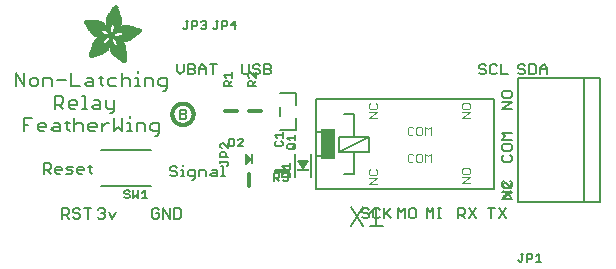
<source format=gbr>
G04 EAGLE Gerber RS-274X export*
G75*
%MOMM*%
%FSLAX34Y34*%
%LPD*%
%INSilkscreen Top*%
%IPPOS*%
%AMOC8*
5,1,8,0,0,1.08239X$1,22.5*%
G01*
%ADD10C,0.127000*%
%ADD11C,0.152400*%
%ADD12C,0.177800*%
%ADD13C,0.203200*%
%ADD14R,1.270000X2.540000*%
%ADD15C,0.101600*%
%ADD16C,0.304800*%
%ADD17R,1.000000X0.200000*%
%ADD18R,0.190500X0.889000*%
%ADD19R,0.068600X0.007600*%
%ADD20R,0.114300X0.007600*%
%ADD21R,0.152400X0.007700*%
%ADD22R,0.182900X0.007600*%
%ADD23R,0.205700X0.007600*%
%ADD24R,0.228600X0.007600*%
%ADD25R,0.259100X0.007600*%
%ADD26R,0.274300X0.007700*%
%ADD27R,0.289500X0.007600*%
%ADD28R,0.304800X0.007600*%
%ADD29R,0.320100X0.007600*%
%ADD30R,0.342900X0.007600*%
%ADD31R,0.350500X0.007700*%
%ADD32R,0.365800X0.007600*%
%ADD33R,0.381000X0.007600*%
%ADD34R,0.388600X0.007600*%
%ADD35R,0.403800X0.007600*%
%ADD36R,0.419100X0.007700*%
%ADD37R,0.426700X0.007600*%
%ADD38R,0.441900X0.007600*%
%ADD39R,0.449600X0.007600*%
%ADD40R,0.464800X0.007600*%
%ADD41R,0.480000X0.007700*%
%ADD42R,0.487600X0.007600*%
%ADD43R,0.495300X0.007600*%
%ADD44R,0.510500X0.007600*%
%ADD45R,0.518100X0.007600*%
%ADD46R,0.525700X0.007700*%
%ADD47R,0.541000X0.007600*%
%ADD48R,0.548600X0.007600*%
%ADD49R,0.563800X0.007600*%
%ADD50R,0.571500X0.007600*%
%ADD51R,0.579100X0.007700*%
%ADD52R,0.594300X0.007600*%
%ADD53R,0.601900X0.007600*%
%ADD54R,0.609600X0.007600*%
%ADD55R,0.624800X0.007600*%
%ADD56R,0.632400X0.007700*%
%ADD57R,0.640000X0.007600*%
%ADD58R,0.655300X0.007600*%
%ADD59R,0.662900X0.007600*%
%ADD60R,0.678100X0.007600*%
%ADD61R,0.685800X0.007700*%
%ADD62R,0.693400X0.007600*%
%ADD63R,0.708600X0.007600*%
%ADD64R,0.716200X0.007600*%
%ADD65R,0.723900X0.007600*%
%ADD66R,0.739100X0.007700*%
%ADD67R,0.746700X0.007600*%
%ADD68R,0.754300X0.007600*%
%ADD69R,0.769600X0.007600*%
%ADD70R,0.777200X0.007600*%
%ADD71R,0.792400X0.007700*%
%ADD72R,0.800100X0.007600*%
%ADD73R,0.807700X0.007600*%
%ADD74R,0.822900X0.007600*%
%ADD75R,0.830500X0.007600*%
%ADD76R,0.838200X0.007700*%
%ADD77R,0.091500X0.007600*%
%ADD78R,0.853400X0.007600*%
%ADD79R,0.144700X0.007600*%
%ADD80R,0.861000X0.007600*%
%ADD81R,0.190500X0.007600*%
%ADD82R,0.876300X0.007600*%
%ADD83R,0.221000X0.007600*%
%ADD84R,0.883900X0.007600*%
%ADD85R,0.259000X0.007700*%
%ADD86R,0.891500X0.007700*%
%ADD87R,0.289600X0.007600*%
%ADD88R,0.906700X0.007600*%
%ADD89R,0.914400X0.007600*%
%ADD90R,0.350500X0.007600*%
%ADD91R,0.922000X0.007600*%
%ADD92R,0.937200X0.007600*%
%ADD93R,0.411400X0.007700*%
%ADD94R,0.944800X0.007700*%
%ADD95R,0.434300X0.007600*%
%ADD96R,0.952500X0.007600*%
%ADD97R,0.464900X0.007600*%
%ADD98R,0.967700X0.007600*%
%ADD99R,0.975300X0.007600*%
%ADD100R,0.518200X0.007600*%
%ADD101R,0.990600X0.007600*%
%ADD102R,0.548600X0.007700*%
%ADD103R,0.998200X0.007700*%
%ADD104R,1.005800X0.007600*%
%ADD105R,0.594400X0.007600*%
%ADD106R,1.021000X0.007600*%
%ADD107R,0.617200X0.007600*%
%ADD108R,1.028700X0.007600*%
%ADD109R,0.647700X0.007600*%
%ADD110R,1.036300X0.007600*%
%ADD111R,0.670500X0.007700*%
%ADD112R,1.051500X0.007700*%
%ADD113R,1.059100X0.007600*%
%ADD114R,0.716300X0.007600*%
%ADD115R,1.066800X0.007600*%
%ADD116R,0.739100X0.007600*%
%ADD117R,1.074400X0.007600*%
%ADD118R,0.762000X0.007600*%
%ADD119R,1.089600X0.007600*%
%ADD120R,0.784800X0.007700*%
%ADD121R,1.097200X0.007700*%
%ADD122R,1.104900X0.007600*%
%ADD123R,0.830600X0.007600*%
%ADD124R,1.112500X0.007600*%
%ADD125R,0.845800X0.007600*%
%ADD126R,1.120100X0.007600*%
%ADD127R,0.868700X0.007600*%
%ADD128R,1.127700X0.007600*%
%ADD129R,1.135300X0.007700*%
%ADD130R,1.143000X0.007600*%
%ADD131R,0.944900X0.007600*%
%ADD132R,1.150600X0.007600*%
%ADD133R,0.960100X0.007600*%
%ADD134R,1.158200X0.007600*%
%ADD135R,0.983000X0.007600*%
%ADD136R,1.165800X0.007600*%
%ADD137R,1.005900X0.007700*%
%ADD138R,1.173400X0.007700*%
%ADD139R,1.021100X0.007600*%
%ADD140R,1.181100X0.007600*%
%ADD141R,1.044000X0.007600*%
%ADD142R,1.188700X0.007600*%
%ADD143R,1.196300X0.007600*%
%ADD144R,1.082000X0.007600*%
%ADD145R,1.203900X0.007600*%
%ADD146R,1.104900X0.007700*%
%ADD147R,1.211500X0.007700*%
%ADD148R,1.211500X0.007600*%
%ADD149R,1.219200X0.007600*%
%ADD150R,1.226800X0.007600*%
%ADD151R,1.234400X0.007600*%
%ADD152R,1.188700X0.007700*%
%ADD153R,1.242000X0.007700*%
%ADD154R,1.242000X0.007600*%
%ADD155R,1.211600X0.007600*%
%ADD156R,1.249600X0.007600*%
%ADD157R,1.257300X0.007600*%
%ADD158R,1.264900X0.007600*%
%ADD159R,1.242100X0.007700*%
%ADD160R,1.264900X0.007700*%
%ADD161R,1.272500X0.007600*%
%ADD162R,1.265000X0.007600*%
%ADD163R,1.280100X0.007600*%
%ADD164R,1.272600X0.007600*%
%ADD165R,1.287700X0.007600*%
%ADD166R,1.287800X0.007600*%
%ADD167R,1.295400X0.007700*%
%ADD168R,1.303000X0.007600*%
%ADD169R,1.318200X0.007600*%
%ADD170R,1.310600X0.007600*%
%ADD171R,1.325900X0.007600*%
%ADD172R,1.341100X0.007700*%
%ADD173R,1.318200X0.007700*%
%ADD174R,1.341100X0.007600*%
%ADD175R,1.325800X0.007600*%
%ADD176R,1.348700X0.007600*%
%ADD177R,1.364000X0.007600*%
%ADD178R,1.333500X0.007600*%
%ADD179R,1.371600X0.007700*%
%ADD180R,1.379200X0.007600*%
%ADD181R,1.379300X0.007600*%
%ADD182R,1.386900X0.007600*%
%ADD183R,1.394500X0.007600*%
%ADD184R,1.356300X0.007600*%
%ADD185R,1.394400X0.007700*%
%ADD186R,1.356300X0.007700*%
%ADD187R,1.402000X0.007600*%
%ADD188R,1.409700X0.007600*%
%ADD189R,1.363900X0.007600*%
%ADD190R,1.417300X0.007600*%
%ADD191R,1.371600X0.007600*%
%ADD192R,1.424900X0.007700*%
%ADD193R,1.424900X0.007600*%
%ADD194R,1.432600X0.007600*%
%ADD195R,1.440200X0.007600*%
%ADD196R,1.386800X0.007600*%
%ADD197R,1.447800X0.007700*%
%ADD198R,1.386800X0.007700*%
%ADD199R,1.447800X0.007600*%
%ADD200R,1.455500X0.007600*%
%ADD201R,1.394400X0.007600*%
%ADD202R,1.463100X0.007600*%
%ADD203R,1.455400X0.007700*%
%ADD204R,1.463000X0.007600*%
%ADD205R,1.470600X0.007600*%
%ADD206R,1.470600X0.007700*%
%ADD207R,1.409700X0.007700*%
%ADD208R,1.470700X0.007600*%
%ADD209R,1.402100X0.007600*%
%ADD210R,1.478300X0.007600*%
%ADD211R,1.478300X0.007700*%
%ADD212R,1.402100X0.007700*%
%ADD213R,1.485900X0.007600*%
%ADD214R,1.485900X0.007700*%
%ADD215R,1.493500X0.007700*%
%ADD216R,1.493500X0.007600*%
%ADD217R,1.394500X0.007700*%
%ADD218R,1.493600X0.007700*%
%ADD219R,1.386900X0.007700*%
%ADD220R,1.379200X0.007700*%
%ADD221R,2.857500X0.007700*%
%ADD222R,2.857500X0.007600*%
%ADD223R,2.849900X0.007600*%
%ADD224R,2.842300X0.007600*%
%ADD225R,2.834700X0.007700*%
%ADD226R,2.827000X0.007600*%
%ADD227R,2.819400X0.007600*%
%ADD228R,2.811800X0.007600*%
%ADD229R,2.811800X0.007700*%
%ADD230R,2.804100X0.007600*%
%ADD231R,2.796500X0.007600*%
%ADD232R,1.966000X0.007600*%
%ADD233R,1.943100X0.007600*%
%ADD234R,0.754400X0.007600*%
%ADD235R,1.927900X0.007700*%
%ADD236R,0.746700X0.007700*%
%ADD237R,1.912600X0.007600*%
%ADD238R,0.731500X0.007600*%
%ADD239R,1.905000X0.007600*%
%ADD240R,1.882200X0.007600*%
%ADD241R,1.874600X0.007600*%
%ADD242R,1.866900X0.007700*%
%ADD243R,0.708700X0.007700*%
%ADD244R,1.851600X0.007600*%
%ADD245R,0.701100X0.007600*%
%ADD246R,1.844000X0.007600*%
%ADD247R,1.836400X0.007600*%
%ADD248R,1.821200X0.007600*%
%ADD249R,0.685800X0.007600*%
%ADD250R,1.813500X0.007700*%
%ADD251R,1.805900X0.007600*%
%ADD252R,0.678200X0.007600*%
%ADD253R,1.790700X0.007600*%
%ADD254R,0.670600X0.007600*%
%ADD255R,1.775500X0.007600*%
%ADD256R,1.767900X0.007700*%
%ADD257R,0.663000X0.007700*%
%ADD258R,1.760200X0.007600*%
%ADD259R,1.752600X0.007600*%
%ADD260R,0.937300X0.007600*%
%ADD261R,0.792500X0.007600*%
%ADD262R,0.899100X0.007600*%
%ADD263R,0.883900X0.007700*%
%ADD264R,0.716300X0.007700*%
%ADD265R,0.647700X0.007700*%
%ADD266R,0.640100X0.007600*%
%ADD267R,0.632500X0.007600*%
%ADD268R,0.655400X0.007600*%
%ADD269R,0.632400X0.007600*%
%ADD270R,0.845800X0.007700*%
%ADD271R,0.617200X0.007700*%
%ADD272R,0.624800X0.007700*%
%ADD273R,0.602000X0.007600*%
%ADD274R,0.838200X0.007600*%
%ADD275R,0.586700X0.007600*%
%ADD276R,0.548700X0.007600*%
%ADD277R,0.830500X0.007700*%
%ADD278R,0.541000X0.007700*%
%ADD279R,0.594300X0.007700*%
%ADD280R,0.525800X0.007600*%
%ADD281R,0.586800X0.007600*%
%ADD282R,0.815300X0.007600*%
%ADD283R,0.579200X0.007600*%
%ADD284R,0.815400X0.007600*%
%ADD285R,0.815400X0.007700*%
%ADD286R,0.571500X0.007700*%
%ADD287R,0.807800X0.007600*%
%ADD288R,0.563900X0.007600*%
%ADD289R,0.457200X0.007600*%
%ADD290R,0.442000X0.007600*%
%ADD291R,0.556300X0.007600*%
%ADD292R,0.807700X0.007700*%
%ADD293R,0.411500X0.007600*%
%ADD294R,0.533400X0.007600*%
%ADD295R,0.076200X0.007600*%
%ADD296R,0.403900X0.007600*%
%ADD297R,0.525700X0.007600*%
%ADD298R,0.388700X0.007600*%
%ADD299R,0.297200X0.007600*%
%ADD300R,0.373400X0.007700*%
%ADD301R,0.503000X0.007700*%
%ADD302R,0.426800X0.007700*%
%ADD303R,0.358100X0.007600*%
%ADD304R,0.502900X0.007600*%
%ADD305R,0.472400X0.007600*%
%ADD306R,0.487700X0.007600*%
%ADD307R,0.335300X0.007600*%
%ADD308R,0.792500X0.007700*%
%ADD309R,0.327600X0.007700*%
%ADD310R,0.472400X0.007700*%
%ADD311R,0.640000X0.007700*%
%ADD312R,0.784800X0.007600*%
%ADD313R,0.320000X0.007600*%
%ADD314R,0.792400X0.007600*%
%ADD315R,1.173400X0.007600*%
%ADD316R,1.196400X0.007600*%
%ADD317R,0.784900X0.007600*%
%ADD318R,0.784900X0.007700*%
%ADD319R,0.297200X0.007700*%
%ADD320R,1.249700X0.007600*%
%ADD321R,0.281900X0.007600*%
%ADD322R,1.295400X0.007600*%
%ADD323R,0.266700X0.007600*%
%ADD324R,0.777300X0.007700*%
%ADD325R,0.266700X0.007700*%
%ADD326R,1.333500X0.007700*%
%ADD327R,0.777300X0.007600*%
%ADD328R,1.348800X0.007600*%
%ADD329R,0.251500X0.007600*%
%ADD330R,0.243900X0.007700*%
%ADD331R,0.243900X0.007600*%
%ADD332R,1.440100X0.007600*%
%ADD333R,0.236200X0.007600*%
%ADD334R,0.762000X0.007700*%
%ADD335R,0.236200X0.007700*%
%ADD336R,1.508700X0.007700*%
%ADD337R,1.531600X0.007600*%
%ADD338R,1.546900X0.007600*%
%ADD339R,1.569700X0.007600*%
%ADD340R,1.585000X0.007600*%
%ADD341R,0.746800X0.007700*%
%ADD342R,1.607800X0.007700*%
%ADD343R,0.243800X0.007600*%
%ADD344R,1.630700X0.007600*%
%ADD345R,1.653500X0.007600*%
%ADD346R,0.739200X0.007600*%
%ADD347R,1.684000X0.007600*%
%ADD348R,2.019300X0.007600*%
%ADD349R,0.731500X0.007700*%
%ADD350R,2.026900X0.007700*%
%ADD351R,2.049800X0.007600*%
%ADD352R,2.057400X0.007600*%
%ADD353R,0.708700X0.007600*%
%ADD354R,2.072600X0.007600*%
%ADD355R,0.701000X0.007600*%
%ADD356R,2.095500X0.007600*%
%ADD357R,0.693500X0.007700*%
%ADD358R,2.110800X0.007700*%
%ADD359R,2.141200X0.007600*%
%ADD360R,0.060900X0.007600*%
%ADD361R,2.872700X0.007600*%
%ADD362R,3.124200X0.007600*%
%ADD363R,3.177600X0.007600*%
%ADD364R,3.215600X0.007700*%
%ADD365R,3.253700X0.007600*%
%ADD366R,3.284300X0.007600*%
%ADD367R,3.314700X0.007600*%
%ADD368R,3.352800X0.007600*%
%ADD369R,3.375600X0.007700*%
%ADD370R,3.406200X0.007600*%
%ADD371R,3.429000X0.007600*%
%ADD372R,3.451800X0.007600*%
%ADD373R,3.482400X0.007600*%
%ADD374R,1.828800X0.007700*%
%ADD375R,1.539300X0.007700*%
%ADD376R,1.767900X0.007600*%
%ADD377R,1.767800X0.007600*%
%ADD378R,1.760200X0.007700*%
%ADD379R,1.760300X0.007600*%
%ADD380R,1.775400X0.007700*%
%ADD381R,1.379300X0.007700*%
%ADD382R,1.783000X0.007600*%
%ADD383R,1.813500X0.007600*%
%ADD384R,1.821100X0.007700*%
%ADD385R,0.503000X0.007600*%
%ADD386R,1.135400X0.007600*%
%ADD387R,1.127700X0.007700*%
%ADD388R,0.487700X0.007700*%
%ADD389R,1.120200X0.007600*%
%ADD390R,1.097300X0.007600*%
%ADD391R,0.510600X0.007600*%
%ADD392R,1.074400X0.007700*%
%ADD393R,0.525800X0.007700*%
%ADD394R,1.440200X0.007700*%
%ADD395R,1.059200X0.007600*%
%ADD396R,1.051600X0.007600*%
%ADD397R,1.051500X0.007600*%
%ADD398R,1.043900X0.007700*%
%ADD399R,0.602000X0.007700*%
%ADD400R,1.524000X0.007600*%
%ADD401R,1.539300X0.007600*%
%ADD402R,1.592600X0.007600*%
%ADD403R,1.021100X0.007700*%
%ADD404R,1.615400X0.007700*%
%ADD405R,1.013400X0.007600*%
%ADD406R,1.653600X0.007600*%
%ADD407R,1.013500X0.007600*%
%ADD408R,1.699300X0.007600*%
%ADD409R,2.743200X0.007600*%
%ADD410R,1.005900X0.007600*%
%ADD411R,2.415500X0.007600*%
%ADD412R,1.005800X0.007700*%
%ADD413R,0.281900X0.007700*%
%ADD414R,2.408000X0.007700*%
%ADD415R,2.407900X0.007600*%
%ADD416R,0.998200X0.007600*%
%ADD417R,0.282000X0.007600*%
%ADD418R,0.998300X0.007600*%
%ADD419R,2.400300X0.007600*%
%ADD420R,0.289500X0.007700*%
%ADD421R,2.400300X0.007700*%
%ADD422R,0.297100X0.007600*%
%ADD423R,0.312400X0.007600*%
%ADD424R,2.392700X0.007600*%
%ADD425R,0.990600X0.007700*%
%ADD426R,0.327700X0.007700*%
%ADD427R,2.392700X0.007700*%
%ADD428R,2.385100X0.007600*%
%ADD429R,0.381000X0.007700*%
%ADD430R,2.377400X0.007700*%
%ADD431R,2.377400X0.007600*%
%ADD432R,2.369800X0.007600*%
%ADD433R,0.419100X0.007600*%
%ADD434R,2.362200X0.007600*%
%ADD435R,0.426800X0.007600*%
%ADD436R,1.036300X0.007700*%
%ADD437R,0.442000X0.007700*%
%ADD438R,2.354600X0.007700*%
%ADD439R,2.354600X0.007600*%
%ADD440R,0.480100X0.007600*%
%ADD441R,2.347000X0.007600*%
%ADD442R,1.074500X0.007600*%
%ADD443R,2.339400X0.007600*%
%ADD444R,1.082100X0.007700*%
%ADD445R,0.548700X0.007700*%
%ADD446R,2.331800X0.007700*%
%ADD447R,2.331800X0.007600*%
%ADD448R,0.624900X0.007600*%
%ADD449R,2.324100X0.007600*%
%ADD450R,1.859300X0.007600*%
%ADD451R,2.308800X0.007600*%
%ADD452R,2.301200X0.007700*%
%ADD453R,2.301200X0.007600*%
%ADD454R,2.293600X0.007600*%
%ADD455R,2.278400X0.007600*%
%ADD456R,1.889800X0.007600*%
%ADD457R,2.270700X0.007600*%
%ADD458R,1.897400X0.007700*%
%ADD459R,2.255500X0.007700*%
%ADD460R,1.897400X0.007600*%
%ADD461R,2.247900X0.007600*%
%ADD462R,2.232600X0.007600*%
%ADD463R,1.912700X0.007600*%
%ADD464R,2.209800X0.007600*%
%ADD465R,1.920300X0.007600*%
%ADD466R,2.186900X0.007600*%
%ADD467R,1.920300X0.007700*%
%ADD468R,2.171700X0.007700*%
%ADD469R,1.935500X0.007600*%
%ADD470R,2.148800X0.007600*%
%ADD471R,2.126000X0.007600*%
%ADD472R,1.950700X0.007600*%
%ADD473R,1.958400X0.007700*%
%ADD474R,2.042200X0.007700*%
%ADD475R,1.973600X0.007600*%
%ADD476R,1.996500X0.007600*%
%ADD477R,1.981200X0.007600*%
%ADD478R,1.988800X0.007600*%
%ADD479R,1.996400X0.007700*%
%ADD480R,1.996400X0.007600*%
%ADD481R,2.004100X0.007600*%
%ADD482R,1.874500X0.007600*%
%ADD483R,1.425000X0.007600*%
%ADD484R,2.026900X0.007600*%
%ADD485R,0.434400X0.007700*%
%ADD486R,1.364000X0.007700*%
%ADD487R,2.034500X0.007600*%
%ADD488R,0.434400X0.007600*%
%ADD489R,2.049700X0.007600*%
%ADD490R,2.065000X0.007700*%
%ADD491R,0.464800X0.007700*%
%ADD492R,1.196300X0.007700*%
%ADD493R,2.080300X0.007600*%
%ADD494R,1.158300X0.007600*%
%ADD495R,2.087900X0.007600*%
%ADD496R,0.472500X0.007600*%
%ADD497R,2.103100X0.007600*%
%ADD498R,2.118400X0.007600*%
%ADD499R,2.133600X0.007600*%
%ADD500R,2.148800X0.007700*%
%ADD501R,2.164000X0.007600*%
%ADD502R,2.171700X0.007600*%
%ADD503R,2.187000X0.007600*%
%ADD504R,0.556200X0.007600*%
%ADD505R,2.202200X0.007700*%
%ADD506R,0.556200X0.007700*%
%ADD507R,0.640100X0.007700*%
%ADD508R,0.579100X0.007600*%
%ADD509R,0.480000X0.007600*%
%ADD510R,1.752600X0.007700*%
%ADD511R,0.487600X0.007700*%
%ADD512R,0.594400X0.007700*%
%ADD513R,0.358100X0.007700*%
%ADD514R,0.099000X0.007600*%
%ADD515R,1.280200X0.007600*%
%ADD516R,1.745000X0.007600*%
%ADD517R,1.744900X0.007600*%
%ADD518R,1.737300X0.007700*%
%ADD519R,1.737400X0.007600*%
%ADD520R,1.729800X0.007600*%
%ADD521R,1.722200X0.007600*%
%ADD522R,1.722100X0.007600*%
%ADD523R,1.714500X0.007700*%
%ADD524R,1.356400X0.007700*%
%ADD525R,1.706900X0.007600*%
%ADD526R,1.356400X0.007600*%
%ADD527R,1.691700X0.007600*%
%ADD528R,1.668800X0.007700*%
%ADD529R,1.645900X0.007600*%
%ADD530R,1.623100X0.007600*%
%ADD531R,1.577400X0.007600*%
%ADD532R,1.554400X0.007600*%
%ADD533R,1.539200X0.007600*%
%ADD534R,1.524000X0.007700*%
%ADD535R,1.501100X0.007600*%
%ADD536R,1.455400X0.007600*%
%ADD537R,1.348800X0.007700*%
%ADD538R,1.318300X0.007600*%
%ADD539R,1.310600X0.007700*%
%ADD540R,1.287800X0.007700*%
%ADD541R,1.234500X0.007600*%
%ADD542R,1.226900X0.007600*%
%ADD543R,1.173500X0.007700*%
%ADD544R,1.173500X0.007600*%
%ADD545R,1.165900X0.007600*%
%ADD546R,1.143000X0.007700*%
%ADD547R,1.127800X0.007600*%
%ADD548R,1.097200X0.007600*%
%ADD549R,1.028700X0.007700*%
%ADD550R,0.982900X0.007600*%
%ADD551R,0.952500X0.007700*%
%ADD552R,0.929600X0.007600*%
%ADD553R,0.906800X0.007700*%
%ADD554R,0.906800X0.007600*%
%ADD555R,0.899200X0.007600*%
%ADD556R,0.884000X0.007600*%
%ADD557R,0.876300X0.007700*%
%ADD558R,0.830600X0.007700*%
%ADD559R,0.754400X0.007700*%
%ADD560R,0.746800X0.007600*%
%ADD561R,0.708600X0.007700*%
%ADD562R,0.678200X0.007700*%
%ADD563R,0.663000X0.007600*%
%ADD564R,0.632500X0.007700*%
%ADD565R,0.556300X0.007700*%
%ADD566R,0.518200X0.007700*%
%ADD567R,0.434300X0.007700*%
%ADD568R,0.396300X0.007700*%
%ADD569R,0.373300X0.007600*%
%ADD570R,0.365700X0.007600*%
%ADD571R,0.327700X0.007600*%
%ADD572R,0.304800X0.007700*%
%ADD573R,0.274300X0.007600*%
%ADD574R,0.243800X0.007700*%
%ADD575R,0.205800X0.007600*%
%ADD576R,0.152400X0.007600*%
%ADD577R,0.121900X0.007700*%

G36*
X205797Y94494D02*
X205797Y94494D01*
X205815Y94492D01*
X205917Y94520D01*
X206020Y94542D01*
X206035Y94551D01*
X206052Y94556D01*
X206197Y94641D01*
X211277Y98451D01*
X211280Y98454D01*
X211284Y98456D01*
X211365Y98543D01*
X211447Y98628D01*
X211449Y98632D01*
X211452Y98635D01*
X211502Y98744D01*
X211552Y98851D01*
X211552Y98855D01*
X211554Y98859D01*
X211567Y98977D01*
X211580Y99095D01*
X211580Y99099D01*
X211580Y99104D01*
X211554Y99220D01*
X211530Y99336D01*
X211527Y99340D01*
X211526Y99344D01*
X211465Y99446D01*
X211405Y99548D01*
X211401Y99551D01*
X211399Y99554D01*
X211277Y99669D01*
X206197Y103479D01*
X206181Y103487D01*
X206168Y103500D01*
X206153Y103507D01*
X206145Y103513D01*
X206095Y103533D01*
X206072Y103544D01*
X205979Y103593D01*
X205961Y103596D01*
X205945Y103603D01*
X205840Y103615D01*
X205736Y103631D01*
X205718Y103628D01*
X205701Y103630D01*
X205598Y103608D01*
X205493Y103590D01*
X205478Y103582D01*
X205460Y103578D01*
X205370Y103524D01*
X205277Y103474D01*
X205264Y103461D01*
X205249Y103452D01*
X205180Y103372D01*
X205108Y103295D01*
X205101Y103278D01*
X205089Y103265D01*
X205050Y103167D01*
X205006Y103071D01*
X205004Y103053D01*
X204997Y103037D01*
X204979Y102870D01*
X204979Y95250D01*
X204982Y95232D01*
X204980Y95215D01*
X205001Y95111D01*
X205019Y95007D01*
X205027Y94992D01*
X205031Y94974D01*
X205084Y94883D01*
X205134Y94790D01*
X205146Y94778D01*
X205156Y94762D01*
X205235Y94693D01*
X205312Y94621D01*
X205328Y94613D01*
X205342Y94601D01*
X205439Y94561D01*
X205535Y94517D01*
X205553Y94515D01*
X205569Y94508D01*
X205675Y94501D01*
X205779Y94490D01*
X205797Y94494D01*
G37*
G36*
X254116Y91975D02*
X254116Y91975D01*
X254143Y91975D01*
X254254Y92007D01*
X254367Y92033D01*
X254390Y92046D01*
X254416Y92054D01*
X254514Y92116D01*
X254615Y92172D01*
X254631Y92190D01*
X254656Y92205D01*
X254841Y92413D01*
X254845Y92417D01*
X256845Y95417D01*
X256876Y95481D01*
X256916Y95541D01*
X256937Y95609D01*
X256968Y95673D01*
X256980Y95744D01*
X257001Y95812D01*
X257003Y95883D01*
X257015Y95954D01*
X257007Y96025D01*
X257009Y96096D01*
X256991Y96165D01*
X256982Y96236D01*
X256955Y96302D01*
X256937Y96371D01*
X256900Y96432D01*
X256873Y96498D01*
X256828Y96554D01*
X256792Y96616D01*
X256740Y96665D01*
X256695Y96720D01*
X256637Y96761D01*
X256584Y96810D01*
X256521Y96843D01*
X256463Y96884D01*
X256395Y96907D01*
X256331Y96940D01*
X256272Y96950D01*
X256194Y96977D01*
X256075Y96983D01*
X256000Y96995D01*
X252000Y96995D01*
X251929Y96985D01*
X251857Y96985D01*
X251789Y96965D01*
X251719Y96955D01*
X251653Y96926D01*
X251584Y96906D01*
X251524Y96868D01*
X251459Y96839D01*
X251404Y96793D01*
X251344Y96755D01*
X251296Y96702D01*
X251242Y96656D01*
X251202Y96596D01*
X251155Y96542D01*
X251124Y96478D01*
X251085Y96419D01*
X251063Y96351D01*
X251032Y96286D01*
X251020Y96216D01*
X250999Y96148D01*
X250997Y96076D01*
X250985Y96006D01*
X250993Y95935D01*
X250991Y95864D01*
X251010Y95794D01*
X251018Y95723D01*
X251043Y95668D01*
X251063Y95589D01*
X251124Y95486D01*
X251155Y95417D01*
X253155Y92417D01*
X253232Y92330D01*
X253305Y92240D01*
X253327Y92225D01*
X253345Y92205D01*
X253442Y92143D01*
X253537Y92076D01*
X253563Y92068D01*
X253585Y92053D01*
X253696Y92021D01*
X253806Y91983D01*
X253833Y91982D01*
X253858Y91975D01*
X253974Y91975D01*
X254090Y91969D01*
X254116Y91975D01*
G37*
D10*
X34686Y86995D02*
X34686Y95893D01*
X39135Y95893D01*
X40618Y94410D01*
X40618Y91444D01*
X39135Y89961D01*
X34686Y89961D01*
X37652Y89961D02*
X40618Y86995D01*
X45524Y86995D02*
X48490Y86995D01*
X45524Y86995D02*
X44041Y88478D01*
X44041Y91444D01*
X45524Y92927D01*
X48490Y92927D01*
X49973Y91444D01*
X49973Y89961D01*
X44041Y89961D01*
X53397Y86995D02*
X57845Y86995D01*
X59328Y88478D01*
X57845Y89961D01*
X54880Y89961D01*
X53397Y91444D01*
X54880Y92927D01*
X59328Y92927D01*
X64235Y86995D02*
X67201Y86995D01*
X64235Y86995D02*
X62752Y88478D01*
X62752Y91444D01*
X64235Y92927D01*
X67201Y92927D01*
X68684Y91444D01*
X68684Y89961D01*
X62752Y89961D01*
X73590Y88478D02*
X73590Y94410D01*
X73590Y88478D02*
X75073Y86995D01*
X75073Y92927D02*
X72107Y92927D01*
D11*
X422395Y101478D02*
X423835Y102919D01*
X422395Y101478D02*
X422395Y98597D01*
X423835Y97156D01*
X429597Y97156D01*
X431038Y98597D01*
X431038Y101478D01*
X429597Y102919D01*
X422395Y107952D02*
X422395Y110833D01*
X422395Y107952D02*
X423835Y106512D01*
X429597Y106512D01*
X431038Y107952D01*
X431038Y110833D01*
X429597Y112274D01*
X423835Y112274D01*
X422395Y110833D01*
X422395Y115867D02*
X431038Y115867D01*
X425276Y118748D02*
X422395Y115867D01*
X425276Y118748D02*
X422395Y121629D01*
X431038Y121629D01*
X431038Y142072D02*
X422395Y142072D01*
X431038Y147834D01*
X422395Y147834D01*
X422395Y152867D02*
X422395Y155749D01*
X422395Y152867D02*
X423835Y151427D01*
X429597Y151427D01*
X431038Y152867D01*
X431038Y155749D01*
X429597Y157189D01*
X423835Y157189D01*
X422395Y155749D01*
X422395Y65872D02*
X431038Y65872D01*
X431038Y71634D02*
X422395Y65872D01*
X422395Y71634D02*
X431038Y71634D01*
X422395Y79549D02*
X423835Y80989D01*
X422395Y79549D02*
X422395Y76667D01*
X423835Y75227D01*
X429597Y75227D01*
X431038Y76667D01*
X431038Y79549D01*
X429597Y80989D01*
X147130Y91785D02*
X145689Y93225D01*
X142808Y93225D01*
X141368Y91785D01*
X141368Y90344D01*
X142808Y88904D01*
X145689Y88904D01*
X147130Y87463D01*
X147130Y86023D01*
X145689Y84582D01*
X142808Y84582D01*
X141368Y86023D01*
X150723Y90344D02*
X152163Y90344D01*
X152163Y84582D01*
X150723Y84582D02*
X153604Y84582D01*
X152163Y93225D02*
X152163Y94666D01*
X159841Y81701D02*
X161281Y81701D01*
X162722Y83141D01*
X162722Y90344D01*
X158400Y90344D01*
X156960Y88904D01*
X156960Y86023D01*
X158400Y84582D01*
X162722Y84582D01*
X166315Y84582D02*
X166315Y90344D01*
X170636Y90344D01*
X172077Y88904D01*
X172077Y84582D01*
X177111Y90344D02*
X179992Y90344D01*
X181432Y88904D01*
X181432Y84582D01*
X177111Y84582D01*
X175670Y86023D01*
X177111Y87463D01*
X181432Y87463D01*
X185025Y93225D02*
X186466Y93225D01*
X186466Y84582D01*
X187906Y84582D02*
X185025Y84582D01*
D10*
X50102Y57793D02*
X50102Y48895D01*
X50102Y57793D02*
X54551Y57793D01*
X56034Y56310D01*
X56034Y53344D01*
X54551Y51861D01*
X50102Y51861D01*
X53068Y51861D02*
X56034Y48895D01*
X63906Y57793D02*
X65389Y56310D01*
X63906Y57793D02*
X60940Y57793D01*
X59457Y56310D01*
X59457Y54827D01*
X60940Y53344D01*
X63906Y53344D01*
X65389Y51861D01*
X65389Y50378D01*
X63906Y48895D01*
X60940Y48895D01*
X59457Y50378D01*
X71778Y48895D02*
X71778Y57793D01*
X68813Y57793D02*
X74744Y57793D01*
X80180Y56310D02*
X81663Y57793D01*
X84629Y57793D01*
X86112Y56310D01*
X86112Y54827D01*
X84629Y53344D01*
X83146Y53344D01*
X84629Y53344D02*
X86112Y51861D01*
X86112Y50378D01*
X84629Y48895D01*
X81663Y48895D01*
X80180Y50378D01*
X89535Y54827D02*
X92501Y48895D01*
X95467Y54827D01*
X130751Y57793D02*
X132234Y56310D01*
X130751Y57793D02*
X127785Y57793D01*
X126302Y56310D01*
X126302Y50378D01*
X127785Y48895D01*
X130751Y48895D01*
X132234Y50378D01*
X132234Y53344D01*
X129268Y53344D01*
X135657Y48895D02*
X135657Y57793D01*
X141589Y48895D01*
X141589Y57793D01*
X145013Y57793D02*
X145013Y48895D01*
X149461Y48895D01*
X150944Y50378D01*
X150944Y56310D01*
X149461Y57793D01*
X145013Y57793D01*
D11*
X413388Y57665D02*
X413388Y49022D01*
X410507Y57665D02*
X416269Y57665D01*
X419862Y57665D02*
X425624Y49022D01*
X419862Y49022D02*
X425624Y57665D01*
X385107Y57665D02*
X385107Y49022D01*
X385107Y57665D02*
X389429Y57665D01*
X390869Y56225D01*
X390869Y53344D01*
X389429Y51903D01*
X385107Y51903D01*
X387988Y51903D02*
X390869Y49022D01*
X400224Y49022D02*
X394462Y57665D01*
X400224Y57665D02*
X394462Y49022D01*
X358726Y49022D02*
X358726Y57665D01*
X361607Y54784D01*
X364488Y57665D01*
X364488Y49022D01*
X368081Y49022D02*
X370962Y49022D01*
X369522Y49022D02*
X369522Y57665D01*
X370962Y57665D02*
X368081Y57665D01*
X334307Y57665D02*
X334307Y49022D01*
X337188Y54784D02*
X334307Y57665D01*
X337188Y54784D02*
X340069Y57665D01*
X340069Y49022D01*
X345103Y57665D02*
X347984Y57665D01*
X345103Y57665D02*
X343662Y56225D01*
X343662Y50463D01*
X345103Y49022D01*
X347984Y49022D01*
X349424Y50463D01*
X349424Y56225D01*
X347984Y57665D01*
X409051Y178145D02*
X407611Y179585D01*
X404730Y179585D01*
X403289Y178145D01*
X403289Y176704D01*
X404730Y175264D01*
X407611Y175264D01*
X409051Y173823D01*
X409051Y172383D01*
X407611Y170942D01*
X404730Y170942D01*
X403289Y172383D01*
X416966Y179585D02*
X418407Y178145D01*
X416966Y179585D02*
X414085Y179585D01*
X412644Y178145D01*
X412644Y172383D01*
X414085Y170942D01*
X416966Y170942D01*
X418407Y172383D01*
X422000Y170942D02*
X422000Y179585D01*
X422000Y170942D02*
X427762Y170942D01*
X440631Y179585D02*
X442071Y178145D01*
X440631Y179585D02*
X437750Y179585D01*
X436309Y178145D01*
X436309Y176704D01*
X437750Y175264D01*
X440631Y175264D01*
X442071Y173823D01*
X442071Y172383D01*
X440631Y170942D01*
X437750Y170942D01*
X436309Y172383D01*
X445664Y170942D02*
X445664Y179585D01*
X445664Y170942D02*
X449986Y170942D01*
X451427Y172383D01*
X451427Y178145D01*
X449986Y179585D01*
X445664Y179585D01*
X455020Y176704D02*
X455020Y170942D01*
X455020Y176704D02*
X457901Y179585D01*
X460782Y176704D01*
X460782Y170942D01*
X460782Y175264D02*
X455020Y175264D01*
X147152Y173823D02*
X147152Y179585D01*
X147152Y173823D02*
X150033Y170942D01*
X152914Y173823D01*
X152914Y179585D01*
X156507Y179585D02*
X156507Y170942D01*
X156507Y179585D02*
X160829Y179585D01*
X162269Y178145D01*
X162269Y176704D01*
X160829Y175264D01*
X162269Y173823D01*
X162269Y172383D01*
X160829Y170942D01*
X156507Y170942D01*
X156507Y175264D02*
X160829Y175264D01*
X165862Y176704D02*
X165862Y170942D01*
X165862Y176704D02*
X168743Y179585D01*
X171624Y176704D01*
X171624Y170942D01*
X171624Y175264D02*
X165862Y175264D01*
X178098Y170942D02*
X178098Y179585D01*
X175217Y179585D02*
X180979Y179585D01*
X202629Y179585D02*
X202629Y172383D01*
X204070Y170942D01*
X206951Y170942D01*
X208391Y172383D01*
X208391Y179585D01*
X216306Y179585D02*
X217747Y178145D01*
X216306Y179585D02*
X213425Y179585D01*
X211984Y178145D01*
X211984Y176704D01*
X213425Y175264D01*
X216306Y175264D01*
X217747Y173823D01*
X217747Y172383D01*
X216306Y170942D01*
X213425Y170942D01*
X211984Y172383D01*
X221340Y170942D02*
X221340Y179585D01*
X225661Y179585D01*
X227102Y178145D01*
X227102Y176704D01*
X225661Y175264D01*
X227102Y173823D01*
X227102Y172383D01*
X225661Y170942D01*
X221340Y170942D01*
X221340Y175264D02*
X225661Y175264D01*
X308551Y57665D02*
X309991Y56225D01*
X308551Y57665D02*
X305670Y57665D01*
X304229Y56225D01*
X304229Y54784D01*
X305670Y53344D01*
X308551Y53344D01*
X309991Y51903D01*
X309991Y50463D01*
X308551Y49022D01*
X305670Y49022D01*
X304229Y50463D01*
X317906Y57665D02*
X319347Y56225D01*
X317906Y57665D02*
X315025Y57665D01*
X313584Y56225D01*
X313584Y50463D01*
X315025Y49022D01*
X317906Y49022D01*
X319347Y50463D01*
X322940Y49022D02*
X322940Y57665D01*
X322940Y51903D02*
X328702Y57665D01*
X324380Y53344D02*
X328702Y49022D01*
D12*
X10823Y160909D02*
X10823Y171840D01*
X18111Y160909D01*
X18111Y171840D01*
X24339Y160909D02*
X27983Y160909D01*
X29805Y162731D01*
X29805Y166375D01*
X27983Y168197D01*
X24339Y168197D01*
X22517Y166375D01*
X22517Y162731D01*
X24339Y160909D01*
X34211Y160909D02*
X34211Y168197D01*
X39677Y168197D01*
X41499Y166375D01*
X41499Y160909D01*
X45905Y166375D02*
X53192Y166375D01*
X57599Y171840D02*
X57599Y160909D01*
X64886Y160909D01*
X71115Y168197D02*
X74759Y168197D01*
X76580Y166375D01*
X76580Y160909D01*
X71115Y160909D01*
X69293Y162731D01*
X71115Y164553D01*
X76580Y164553D01*
X82809Y162731D02*
X82809Y170018D01*
X82809Y162731D02*
X84631Y160909D01*
X84631Y168197D02*
X80987Y168197D01*
X90605Y168197D02*
X96070Y168197D01*
X90605Y168197D02*
X88783Y166375D01*
X88783Y162731D01*
X90605Y160909D01*
X96070Y160909D01*
X100477Y160909D02*
X100477Y171840D01*
X102299Y168197D02*
X100477Y166375D01*
X102299Y168197D02*
X105942Y168197D01*
X107764Y166375D01*
X107764Y160909D01*
X112171Y168197D02*
X113993Y168197D01*
X113993Y160909D01*
X112171Y160909D02*
X115815Y160909D01*
X113993Y171840D02*
X113993Y173662D01*
X119967Y168197D02*
X119967Y160909D01*
X119967Y168197D02*
X125432Y168197D01*
X127254Y166375D01*
X127254Y160909D01*
X135304Y157265D02*
X137126Y157265D01*
X138948Y159087D01*
X138948Y168197D01*
X133483Y168197D01*
X131661Y166375D01*
X131661Y162731D01*
X133483Y160909D01*
X138948Y160909D01*
X43956Y152790D02*
X43956Y141859D01*
X43956Y152790D02*
X49422Y152790D01*
X51244Y150968D01*
X51244Y147325D01*
X49422Y145503D01*
X43956Y145503D01*
X47600Y145503D02*
X51244Y141859D01*
X57472Y141859D02*
X61116Y141859D01*
X57472Y141859D02*
X55650Y143681D01*
X55650Y147325D01*
X57472Y149147D01*
X61116Y149147D01*
X62938Y147325D01*
X62938Y145503D01*
X55650Y145503D01*
X67344Y152790D02*
X69166Y152790D01*
X69166Y141859D01*
X67344Y141859D02*
X70988Y141859D01*
X76962Y149147D02*
X80606Y149147D01*
X82427Y147325D01*
X82427Y141859D01*
X76962Y141859D01*
X75140Y143681D01*
X76962Y145503D01*
X82427Y145503D01*
X86834Y143681D02*
X86834Y149147D01*
X86834Y143681D02*
X88656Y141859D01*
X94121Y141859D01*
X94121Y140037D02*
X94121Y149147D01*
X94121Y140037D02*
X92300Y138215D01*
X90478Y138215D01*
X17645Y133740D02*
X17645Y122809D01*
X17645Y133740D02*
X24932Y133740D01*
X21288Y128275D02*
X17645Y128275D01*
X31160Y122809D02*
X34804Y122809D01*
X31160Y122809D02*
X29339Y124631D01*
X29339Y128275D01*
X31160Y130097D01*
X34804Y130097D01*
X36626Y128275D01*
X36626Y126453D01*
X29339Y126453D01*
X42854Y130097D02*
X46498Y130097D01*
X48320Y128275D01*
X48320Y122809D01*
X42854Y122809D01*
X41032Y124631D01*
X42854Y126453D01*
X48320Y126453D01*
X54548Y124631D02*
X54548Y131918D01*
X54548Y124631D02*
X56370Y122809D01*
X56370Y130097D02*
X52726Y130097D01*
X60522Y133740D02*
X60522Y122809D01*
X60522Y128275D02*
X62344Y130097D01*
X65988Y130097D01*
X67810Y128275D01*
X67810Y122809D01*
X74038Y122809D02*
X77682Y122809D01*
X74038Y122809D02*
X72216Y124631D01*
X72216Y128275D01*
X74038Y130097D01*
X77682Y130097D01*
X79504Y128275D01*
X79504Y126453D01*
X72216Y126453D01*
X83910Y122809D02*
X83910Y130097D01*
X83910Y126453D02*
X87554Y130097D01*
X89376Y130097D01*
X93655Y133740D02*
X93655Y122809D01*
X97299Y126453D01*
X100943Y122809D01*
X100943Y133740D01*
X105349Y130097D02*
X107171Y130097D01*
X107171Y122809D01*
X105349Y122809D02*
X108993Y122809D01*
X107171Y133740D02*
X107171Y135562D01*
X113145Y130097D02*
X113145Y122809D01*
X113145Y130097D02*
X118611Y130097D01*
X120433Y128275D01*
X120433Y122809D01*
X128483Y119165D02*
X130305Y119165D01*
X132127Y120987D01*
X132127Y130097D01*
X126661Y130097D01*
X124839Y128275D01*
X124839Y124631D01*
X126661Y122809D01*
X132127Y122809D01*
D11*
X436272Y13548D02*
X437373Y12446D01*
X438475Y12446D01*
X439576Y13548D01*
X439576Y19056D01*
X438475Y19056D02*
X440678Y19056D01*
X443756Y19056D02*
X443756Y12446D01*
X443756Y19056D02*
X447061Y19056D01*
X448162Y17954D01*
X448162Y15751D01*
X447061Y14649D01*
X443756Y14649D01*
X451240Y16852D02*
X453443Y19056D01*
X453443Y12446D01*
X451240Y12446D02*
X455646Y12446D01*
X178902Y209550D02*
X177800Y210652D01*
X178902Y209550D02*
X180003Y209550D01*
X181105Y210652D01*
X181105Y216160D01*
X182206Y216160D02*
X180003Y216160D01*
X185284Y216160D02*
X185284Y209550D01*
X185284Y216160D02*
X188589Y216160D01*
X189691Y215058D01*
X189691Y212855D01*
X188589Y211753D01*
X185284Y211753D01*
X196073Y209550D02*
X196073Y216160D01*
X192768Y212855D01*
X197175Y212855D01*
D13*
X125140Y76186D02*
X83140Y76186D01*
X83140Y106694D02*
X125140Y106694D01*
D11*
X106074Y72904D02*
X107176Y71802D01*
X106074Y72904D02*
X103871Y72904D01*
X102770Y71802D01*
X102770Y70700D01*
X103871Y69599D01*
X106074Y69599D01*
X107176Y68497D01*
X107176Y67396D01*
X106074Y66294D01*
X103871Y66294D01*
X102770Y67396D01*
X110254Y66294D02*
X110254Y72904D01*
X112457Y68497D02*
X110254Y66294D01*
X112457Y68497D02*
X114660Y66294D01*
X114660Y72904D01*
X117738Y70700D02*
X119941Y72904D01*
X119941Y66294D01*
X117738Y66294D02*
X122144Y66294D01*
X153502Y209550D02*
X152400Y210652D01*
X153502Y209550D02*
X154603Y209550D01*
X155705Y210652D01*
X155705Y216160D01*
X156806Y216160D02*
X154603Y216160D01*
X159884Y216160D02*
X159884Y209550D01*
X159884Y216160D02*
X163189Y216160D01*
X164291Y215058D01*
X164291Y212855D01*
X163189Y211753D01*
X159884Y211753D01*
X167368Y215058D02*
X168470Y216160D01*
X170673Y216160D01*
X171775Y215058D01*
X171775Y213956D01*
X170673Y212855D01*
X169572Y212855D01*
X170673Y212855D02*
X171775Y211753D01*
X171775Y210652D01*
X170673Y209550D01*
X168470Y209550D01*
X167368Y210652D01*
X265360Y73960D02*
X415360Y73960D01*
X415360Y150560D01*
X265360Y150560D01*
X265360Y122460D01*
X278460Y122460D01*
X278460Y102060D01*
X265360Y102060D02*
X265360Y122460D01*
X265360Y102060D02*
X278460Y102060D01*
X265360Y102060D02*
X265360Y73960D01*
X288620Y137860D02*
X297510Y137860D01*
X297510Y118110D01*
X284810Y118110D01*
X284810Y105410D01*
X310210Y105410D02*
X310210Y118110D01*
X297510Y118110D01*
X297510Y105410D02*
X284810Y105410D01*
X297510Y105410D02*
X297510Y86660D01*
X297510Y105410D02*
X310210Y105410D01*
X297510Y86660D02*
X288620Y86660D01*
X284810Y105410D02*
X310210Y118110D01*
D14*
X275110Y111760D03*
D15*
X388734Y134268D02*
X395852Y134268D01*
X395852Y139013D02*
X388734Y134268D01*
X388734Y139013D02*
X395852Y139013D01*
X388734Y142939D02*
X388734Y145311D01*
X388734Y142939D02*
X389920Y141752D01*
X394666Y141752D01*
X395852Y142939D01*
X395852Y145311D01*
X394666Y146498D01*
X389920Y146498D01*
X388734Y145311D01*
X388734Y79268D02*
X395852Y79268D01*
X395852Y84013D02*
X388734Y79268D01*
X388734Y84013D02*
X395852Y84013D01*
X388734Y87939D02*
X388734Y90311D01*
X388734Y87939D02*
X389920Y86752D01*
X394666Y86752D01*
X395852Y87939D01*
X395852Y90311D01*
X394666Y91498D01*
X389920Y91498D01*
X388734Y90311D01*
X316852Y78268D02*
X309734Y78268D01*
X316852Y83013D01*
X309734Y83013D01*
X309734Y89311D02*
X310920Y90498D01*
X309734Y89311D02*
X309734Y86939D01*
X310920Y85752D01*
X315666Y85752D01*
X316852Y86939D01*
X316852Y89311D01*
X315666Y90498D01*
X316852Y134268D02*
X309734Y134268D01*
X316852Y139013D01*
X309734Y139013D01*
X309734Y145311D02*
X310920Y146498D01*
X309734Y145311D02*
X309734Y142939D01*
X310920Y141752D01*
X315666Y141752D01*
X316852Y142939D01*
X316852Y145311D01*
X315666Y146498D01*
X346107Y126886D02*
X347293Y125700D01*
X346107Y126886D02*
X343734Y126886D01*
X342548Y125700D01*
X342548Y120954D01*
X343734Y119768D01*
X346107Y119768D01*
X347293Y120954D01*
X351219Y126886D02*
X353591Y126886D01*
X351219Y126886D02*
X350032Y125700D01*
X350032Y120954D01*
X351219Y119768D01*
X353591Y119768D01*
X354778Y120954D01*
X354778Y125700D01*
X353591Y126886D01*
X357516Y126886D02*
X357516Y119768D01*
X359889Y124513D02*
X357516Y126886D01*
X359889Y124513D02*
X362262Y126886D01*
X362262Y119768D01*
X346107Y104026D02*
X347293Y102840D01*
X346107Y104026D02*
X343734Y104026D01*
X342548Y102840D01*
X342548Y98094D01*
X343734Y96908D01*
X346107Y96908D01*
X347293Y98094D01*
X351219Y104026D02*
X353591Y104026D01*
X351219Y104026D02*
X350032Y102840D01*
X350032Y98094D01*
X351219Y96908D01*
X353591Y96908D01*
X354778Y98094D01*
X354778Y102840D01*
X353591Y104026D01*
X357516Y104026D02*
X357516Y96908D01*
X359889Y101653D02*
X357516Y104026D01*
X359889Y101653D02*
X362262Y104026D01*
X362262Y96908D01*
D12*
X294449Y58665D02*
X305126Y42649D01*
X294449Y42649D02*
X305126Y58665D01*
X310821Y53326D02*
X316159Y58665D01*
X316159Y42649D01*
X310821Y42649D02*
X321498Y42649D01*
D13*
X247904Y155424D02*
X234776Y155424D01*
X247904Y155424D02*
X247904Y145336D01*
X247904Y123976D02*
X234776Y123976D01*
X247904Y123976D02*
X247904Y134064D01*
X234696Y135976D02*
X234696Y143564D01*
D11*
X241888Y107714D02*
X246294Y107714D01*
X241888Y107714D02*
X240786Y108815D01*
X240786Y111019D01*
X241888Y112120D01*
X246294Y112120D01*
X247396Y111019D01*
X247396Y108815D01*
X246294Y107714D01*
X245193Y109917D02*
X247396Y112120D01*
X242990Y115198D02*
X240786Y117401D01*
X247396Y117401D01*
X247396Y115198D02*
X247396Y119604D01*
D16*
X198120Y139700D02*
X187960Y139700D01*
D11*
X186938Y160782D02*
X193548Y160782D01*
X186938Y160782D02*
X186938Y164087D01*
X188040Y165188D01*
X190243Y165188D01*
X191345Y164087D01*
X191345Y160782D01*
X191345Y162985D02*
X193548Y165188D01*
X189142Y168266D02*
X186938Y170469D01*
X193548Y170469D01*
X193548Y168266D02*
X193548Y172673D01*
D13*
X247000Y103980D02*
X247000Y83980D01*
X261000Y83980D02*
X261000Y103980D01*
X250000Y97480D02*
X254000Y91480D01*
X250000Y97480D02*
X258000Y97480D01*
X254000Y91480D01*
D17*
X254000Y90480D03*
D11*
X243238Y83742D02*
X236628Y83742D01*
X243238Y83742D02*
X243238Y87047D01*
X242136Y88148D01*
X237730Y88148D01*
X236628Y87047D01*
X236628Y83742D01*
X238832Y91226D02*
X236628Y93429D01*
X243238Y93429D01*
X243238Y91226D02*
X243238Y95633D01*
D13*
X435900Y62800D02*
X491900Y62800D01*
X505900Y62800D01*
X505900Y167800D01*
X491900Y167800D01*
X435900Y167800D01*
X435900Y62800D01*
X491900Y62800D02*
X491900Y167800D01*
D11*
X430238Y71968D02*
X423628Y67562D01*
X423628Y71968D02*
X430238Y67562D01*
X430238Y75046D02*
X430238Y79453D01*
X425832Y79453D02*
X430238Y75046D01*
X425832Y79453D02*
X424730Y79453D01*
X423628Y78351D01*
X423628Y76148D01*
X424730Y75046D01*
D16*
X241300Y88900D02*
X231140Y88900D01*
D11*
X230118Y113287D02*
X231220Y114388D01*
X230118Y113287D02*
X230118Y111084D01*
X231220Y109982D01*
X235626Y109982D01*
X236728Y111084D01*
X236728Y113287D01*
X235626Y114388D01*
X232322Y117466D02*
X230118Y119669D01*
X236728Y119669D01*
X236728Y117466D02*
X236728Y121873D01*
X190754Y94473D02*
X189652Y93372D01*
X190754Y94473D02*
X190754Y95575D01*
X189652Y96676D01*
X184144Y96676D01*
X184144Y95575D02*
X184144Y97778D01*
X184144Y100856D02*
X190754Y100856D01*
X184144Y100856D02*
X184144Y104161D01*
X185246Y105262D01*
X187449Y105262D01*
X188551Y104161D01*
X188551Y100856D01*
X190754Y108340D02*
X190754Y112746D01*
X190754Y108340D02*
X186348Y112746D01*
X185246Y112746D01*
X184144Y111645D01*
X184144Y109441D01*
X185246Y108340D01*
D16*
X208280Y139700D02*
X218440Y139700D01*
D11*
X213868Y160782D02*
X207258Y160782D01*
X207258Y164087D01*
X208360Y165188D01*
X210563Y165188D01*
X211665Y164087D01*
X211665Y160782D01*
X211665Y162985D02*
X213868Y165188D01*
X213868Y168266D02*
X213868Y172673D01*
X209462Y172673D02*
X213868Y168266D01*
X209462Y172673D02*
X208360Y172673D01*
X207258Y171571D01*
X207258Y169368D01*
X208360Y168266D01*
D18*
X210638Y99060D03*
D11*
X191262Y109982D02*
X191262Y116592D01*
X191262Y109982D02*
X194567Y109982D01*
X195668Y111084D01*
X195668Y115490D01*
X194567Y116592D01*
X191262Y116592D01*
X198746Y109982D02*
X203153Y109982D01*
X203153Y114388D02*
X198746Y109982D01*
X203153Y114388D02*
X203153Y115490D01*
X202051Y116592D01*
X199848Y116592D01*
X198746Y115490D01*
D16*
X208280Y86360D02*
X208280Y76200D01*
D11*
X229362Y80772D02*
X229362Y87382D01*
X232667Y87382D01*
X233768Y86280D01*
X233768Y84077D01*
X232667Y82975D01*
X229362Y82975D01*
X231565Y82975D02*
X233768Y80772D01*
X236846Y86280D02*
X237948Y87382D01*
X240151Y87382D01*
X241253Y86280D01*
X241253Y85178D01*
X240151Y84077D01*
X239049Y84077D01*
X240151Y84077D02*
X241253Y82975D01*
X241253Y81874D01*
X240151Y80772D01*
X237948Y80772D01*
X236846Y81874D01*
D16*
X143420Y137160D02*
X143423Y137380D01*
X143431Y137601D01*
X143444Y137821D01*
X143463Y138040D01*
X143488Y138259D01*
X143517Y138478D01*
X143552Y138695D01*
X143593Y138912D01*
X143638Y139128D01*
X143689Y139342D01*
X143745Y139555D01*
X143807Y139767D01*
X143873Y139977D01*
X143945Y140185D01*
X144022Y140392D01*
X144104Y140596D01*
X144190Y140799D01*
X144282Y140999D01*
X144379Y141198D01*
X144480Y141393D01*
X144587Y141586D01*
X144698Y141777D01*
X144813Y141964D01*
X144933Y142149D01*
X145058Y142331D01*
X145187Y142509D01*
X145321Y142685D01*
X145458Y142857D01*
X145600Y143025D01*
X145746Y143191D01*
X145896Y143352D01*
X146050Y143510D01*
X146208Y143664D01*
X146369Y143814D01*
X146535Y143960D01*
X146703Y144102D01*
X146875Y144239D01*
X147051Y144373D01*
X147229Y144502D01*
X147411Y144627D01*
X147596Y144747D01*
X147783Y144862D01*
X147974Y144973D01*
X148167Y145080D01*
X148362Y145181D01*
X148561Y145278D01*
X148761Y145370D01*
X148964Y145456D01*
X149168Y145538D01*
X149375Y145615D01*
X149583Y145687D01*
X149793Y145753D01*
X150005Y145815D01*
X150218Y145871D01*
X150432Y145922D01*
X150648Y145967D01*
X150865Y146008D01*
X151082Y146043D01*
X151301Y146072D01*
X151520Y146097D01*
X151739Y146116D01*
X151959Y146129D01*
X152180Y146137D01*
X152400Y146140D01*
X152620Y146137D01*
X152841Y146129D01*
X153061Y146116D01*
X153280Y146097D01*
X153499Y146072D01*
X153718Y146043D01*
X153935Y146008D01*
X154152Y145967D01*
X154368Y145922D01*
X154582Y145871D01*
X154795Y145815D01*
X155007Y145753D01*
X155217Y145687D01*
X155425Y145615D01*
X155632Y145538D01*
X155836Y145456D01*
X156039Y145370D01*
X156239Y145278D01*
X156438Y145181D01*
X156633Y145080D01*
X156826Y144973D01*
X157017Y144862D01*
X157204Y144747D01*
X157389Y144627D01*
X157571Y144502D01*
X157749Y144373D01*
X157925Y144239D01*
X158097Y144102D01*
X158265Y143960D01*
X158431Y143814D01*
X158592Y143664D01*
X158750Y143510D01*
X158904Y143352D01*
X159054Y143191D01*
X159200Y143025D01*
X159342Y142857D01*
X159479Y142685D01*
X159613Y142509D01*
X159742Y142331D01*
X159867Y142149D01*
X159987Y141964D01*
X160102Y141777D01*
X160213Y141586D01*
X160320Y141393D01*
X160421Y141198D01*
X160518Y140999D01*
X160610Y140799D01*
X160696Y140596D01*
X160778Y140392D01*
X160855Y140185D01*
X160927Y139977D01*
X160993Y139767D01*
X161055Y139555D01*
X161111Y139342D01*
X161162Y139128D01*
X161207Y138912D01*
X161248Y138695D01*
X161283Y138478D01*
X161312Y138259D01*
X161337Y138040D01*
X161356Y137821D01*
X161369Y137601D01*
X161377Y137380D01*
X161380Y137160D01*
X161377Y136940D01*
X161369Y136719D01*
X161356Y136499D01*
X161337Y136280D01*
X161312Y136061D01*
X161283Y135842D01*
X161248Y135625D01*
X161207Y135408D01*
X161162Y135192D01*
X161111Y134978D01*
X161055Y134765D01*
X160993Y134553D01*
X160927Y134343D01*
X160855Y134135D01*
X160778Y133928D01*
X160696Y133724D01*
X160610Y133521D01*
X160518Y133321D01*
X160421Y133122D01*
X160320Y132927D01*
X160213Y132734D01*
X160102Y132543D01*
X159987Y132356D01*
X159867Y132171D01*
X159742Y131989D01*
X159613Y131811D01*
X159479Y131635D01*
X159342Y131463D01*
X159200Y131295D01*
X159054Y131129D01*
X158904Y130968D01*
X158750Y130810D01*
X158592Y130656D01*
X158431Y130506D01*
X158265Y130360D01*
X158097Y130218D01*
X157925Y130081D01*
X157749Y129947D01*
X157571Y129818D01*
X157389Y129693D01*
X157204Y129573D01*
X157017Y129458D01*
X156826Y129347D01*
X156633Y129240D01*
X156438Y129139D01*
X156239Y129042D01*
X156039Y128950D01*
X155836Y128864D01*
X155632Y128782D01*
X155425Y128705D01*
X155217Y128633D01*
X155007Y128567D01*
X154795Y128505D01*
X154582Y128449D01*
X154368Y128398D01*
X154152Y128353D01*
X153935Y128312D01*
X153718Y128277D01*
X153499Y128248D01*
X153280Y128223D01*
X153061Y128204D01*
X152841Y128191D01*
X152620Y128183D01*
X152400Y128180D01*
X152180Y128183D01*
X151959Y128191D01*
X151739Y128204D01*
X151520Y128223D01*
X151301Y128248D01*
X151082Y128277D01*
X150865Y128312D01*
X150648Y128353D01*
X150432Y128398D01*
X150218Y128449D01*
X150005Y128505D01*
X149793Y128567D01*
X149583Y128633D01*
X149375Y128705D01*
X149168Y128782D01*
X148964Y128864D01*
X148761Y128950D01*
X148561Y129042D01*
X148362Y129139D01*
X148167Y129240D01*
X147974Y129347D01*
X147783Y129458D01*
X147596Y129573D01*
X147411Y129693D01*
X147229Y129818D01*
X147051Y129947D01*
X146875Y130081D01*
X146703Y130218D01*
X146535Y130360D01*
X146369Y130506D01*
X146208Y130656D01*
X146050Y130810D01*
X145896Y130968D01*
X145746Y131129D01*
X145600Y131295D01*
X145458Y131463D01*
X145321Y131635D01*
X145187Y131811D01*
X145058Y131989D01*
X144933Y132171D01*
X144813Y132356D01*
X144698Y132543D01*
X144587Y132734D01*
X144480Y132927D01*
X144379Y133122D01*
X144282Y133321D01*
X144190Y133521D01*
X144104Y133724D01*
X144022Y133928D01*
X143945Y134135D01*
X143873Y134343D01*
X143807Y134553D01*
X143745Y134765D01*
X143689Y134978D01*
X143638Y135192D01*
X143593Y135408D01*
X143552Y135625D01*
X143517Y135842D01*
X143488Y136061D01*
X143463Y136280D01*
X143444Y136499D01*
X143431Y136719D01*
X143423Y136940D01*
X143420Y137160D01*
D13*
X149860Y133096D02*
X149860Y141231D01*
X153927Y141231D01*
X155283Y139875D01*
X155283Y138519D01*
X153927Y137163D01*
X155283Y135808D01*
X155283Y134452D01*
X153927Y133096D01*
X149860Y133096D01*
X149860Y137163D02*
X153927Y137163D01*
D19*
X102718Y180340D03*
D20*
X102718Y180416D03*
D21*
X102680Y180493D03*
D22*
X102680Y180569D03*
D23*
X102718Y180645D03*
D24*
X102680Y180721D03*
D25*
X102680Y180797D03*
D26*
X102680Y180874D03*
D27*
X102680Y180950D03*
D28*
X102603Y181026D03*
D29*
X102604Y181102D03*
D30*
X102566Y181178D03*
D31*
X102528Y181255D03*
D32*
X102527Y181331D03*
D33*
X102451Y181407D03*
D34*
X102413Y181483D03*
D35*
X102413Y181559D03*
D36*
X102337Y181636D03*
D37*
X102299Y181712D03*
D38*
X102223Y181788D03*
D39*
X102184Y181864D03*
D40*
X102184Y181940D03*
D41*
X102108Y182017D03*
D42*
X102070Y182093D03*
D43*
X102032Y182169D03*
D44*
X101956Y182245D03*
D45*
X101918Y182321D03*
D46*
X101880Y182398D03*
D47*
X101803Y182474D03*
D48*
X101765Y182550D03*
D49*
X101689Y182626D03*
D50*
X101651Y182702D03*
D51*
X101613Y182779D03*
D52*
X101537Y182855D03*
D53*
X101499Y182931D03*
D54*
X101460Y183007D03*
D55*
X101384Y183083D03*
D56*
X101346Y183160D03*
D57*
X101308Y183236D03*
D58*
X101232Y183312D03*
D59*
X101194Y183388D03*
D60*
X101118Y183464D03*
D61*
X101079Y183541D03*
D62*
X101041Y183617D03*
D63*
X100965Y183693D03*
D64*
X100927Y183769D03*
D65*
X100889Y183845D03*
D66*
X100813Y183922D03*
D67*
X100775Y183998D03*
D68*
X100737Y184074D03*
D69*
X100660Y184150D03*
D70*
X100622Y184226D03*
D71*
X100546Y184303D03*
D72*
X100508Y184379D03*
D73*
X100470Y184455D03*
D74*
X100394Y184531D03*
D75*
X100356Y184607D03*
D76*
X100317Y184684D03*
D77*
X74791Y184760D03*
D78*
X100241Y184760D03*
D79*
X74829Y184836D03*
D80*
X100203Y184836D03*
D81*
X74905Y184912D03*
D82*
X100127Y184912D03*
D83*
X74981Y184988D03*
D84*
X100089Y184988D03*
D85*
X75019Y185065D03*
D86*
X100051Y185065D03*
D87*
X75095Y185141D03*
D88*
X99975Y185141D03*
D29*
X75172Y185217D03*
D89*
X99936Y185217D03*
D90*
X75248Y185293D03*
D91*
X99898Y185293D03*
D33*
X75324Y185369D03*
D92*
X99822Y185369D03*
D93*
X75400Y185446D03*
D94*
X99784Y185446D03*
D95*
X75515Y185522D03*
D96*
X99746Y185522D03*
D97*
X75591Y185598D03*
D98*
X99670Y185598D03*
D43*
X75667Y185674D03*
D99*
X99632Y185674D03*
D100*
X75781Y185750D03*
D101*
X99555Y185750D03*
D102*
X75857Y185827D03*
D103*
X99517Y185827D03*
D50*
X75972Y185903D03*
D104*
X99479Y185903D03*
D105*
X76086Y185979D03*
D106*
X99403Y185979D03*
D107*
X76200Y186055D03*
D108*
X99365Y186055D03*
D109*
X76277Y186131D03*
D110*
X99327Y186131D03*
D111*
X76391Y186208D03*
D112*
X99251Y186208D03*
D62*
X76505Y186284D03*
D113*
X99213Y186284D03*
D114*
X76620Y186360D03*
D115*
X99174Y186360D03*
D116*
X76734Y186436D03*
D117*
X99136Y186436D03*
D118*
X76848Y186512D03*
D119*
X99060Y186512D03*
D120*
X76962Y186589D03*
D121*
X99022Y186589D03*
D73*
X77077Y186665D03*
D122*
X98984Y186665D03*
D123*
X77191Y186741D03*
D124*
X98946Y186741D03*
D125*
X77343Y186817D03*
D126*
X98908Y186817D03*
D127*
X77458Y186893D03*
D128*
X98870Y186893D03*
D86*
X77572Y186970D03*
D129*
X98832Y186970D03*
D91*
X77724Y187046D03*
D130*
X98793Y187046D03*
D131*
X77839Y187122D03*
D132*
X98755Y187122D03*
D133*
X77991Y187198D03*
D134*
X98717Y187198D03*
D135*
X78105Y187274D03*
D136*
X98679Y187274D03*
D137*
X78220Y187351D03*
D138*
X98641Y187351D03*
D139*
X78372Y187427D03*
D140*
X98603Y187427D03*
D141*
X78486Y187503D03*
D142*
X98565Y187503D03*
D115*
X78600Y187579D03*
D143*
X98527Y187579D03*
D144*
X78753Y187655D03*
D145*
X98489Y187655D03*
D146*
X78868Y187732D03*
D147*
X98451Y187732D03*
D126*
X78944Y187808D03*
D148*
X98451Y187808D03*
D130*
X79058Y187884D03*
D149*
X98412Y187884D03*
D132*
X79172Y187960D03*
D150*
X98374Y187960D03*
D136*
X79248Y188036D03*
D151*
X98336Y188036D03*
D152*
X79363Y188113D03*
D153*
X98298Y188113D03*
D143*
X79477Y188189D03*
D154*
X98298Y188189D03*
D155*
X79553Y188265D03*
D156*
X98260Y188265D03*
D150*
X79629Y188341D03*
D157*
X98222Y188341D03*
D150*
X79705Y188417D03*
D158*
X98184Y188417D03*
D159*
X79782Y188494D03*
D160*
X98184Y188494D03*
D157*
X79858Y188570D03*
D161*
X98146Y188570D03*
D162*
X79972Y188646D03*
D163*
X98108Y188646D03*
D164*
X80010Y188722D03*
D165*
X98070Y188722D03*
D166*
X80086Y188798D03*
D165*
X98070Y188798D03*
D167*
X80201Y188875D03*
X98031Y188875D03*
D168*
X80239Y188951D03*
X97993Y188951D03*
D169*
X80315Y189027D03*
D168*
X97993Y189027D03*
D169*
X80391Y189103D03*
D170*
X97955Y189103D03*
D171*
X80430Y189179D03*
D170*
X97955Y189179D03*
D172*
X80506Y189256D03*
D173*
X97917Y189256D03*
D174*
X80582Y189332D03*
D175*
X97879Y189332D03*
D176*
X80620Y189408D03*
D175*
X97879Y189408D03*
D177*
X80696Y189484D03*
D178*
X97841Y189484D03*
D177*
X80772Y189560D03*
D178*
X97841Y189560D03*
D179*
X80810Y189637D03*
D172*
X97803Y189637D03*
D180*
X80848Y189713D03*
D174*
X97803Y189713D03*
D181*
X80925Y189789D03*
D176*
X97765Y189789D03*
D182*
X80963Y189865D03*
D176*
X97765Y189865D03*
D183*
X81001Y189941D03*
D184*
X97727Y189941D03*
D185*
X81077Y190018D03*
D186*
X97727Y190018D03*
D187*
X81115Y190094D03*
D184*
X97727Y190094D03*
D188*
X81154Y190170D03*
D189*
X97689Y190170D03*
D188*
X81230Y190246D03*
D189*
X97689Y190246D03*
D190*
X81268Y190322D03*
D191*
X97650Y190322D03*
D192*
X81306Y190399D03*
D179*
X97650Y190399D03*
D193*
X81382Y190475D03*
D191*
X97650Y190475D03*
D194*
X81420Y190551D03*
D180*
X97612Y190551D03*
D195*
X81458Y190627D03*
D180*
X97612Y190627D03*
D195*
X81534Y190703D03*
D196*
X97574Y190703D03*
D197*
X81572Y190780D03*
D198*
X97574Y190780D03*
D199*
X81572Y190856D03*
D196*
X97574Y190856D03*
D199*
X81648Y190932D03*
D196*
X97574Y190932D03*
D200*
X81687Y191008D03*
D201*
X97536Y191008D03*
D202*
X81725Y191084D03*
D201*
X97536Y191084D03*
D203*
X81763Y191161D03*
D185*
X97536Y191161D03*
D204*
X81801Y191237D03*
D187*
X97498Y191237D03*
D205*
X81839Y191313D03*
D187*
X97498Y191313D03*
D204*
X81877Y191389D03*
D187*
X97498Y191389D03*
D205*
X81915Y191465D03*
D187*
X97498Y191465D03*
D206*
X81915Y191542D03*
D207*
X97460Y191542D03*
D208*
X81992Y191618D03*
D209*
X97422Y191618D03*
D210*
X82030Y191694D03*
D209*
X97422Y191694D03*
D210*
X82030Y191770D03*
D209*
X97422Y191770D03*
D210*
X82106Y191846D03*
D209*
X97422Y191846D03*
D211*
X82106Y191923D03*
D212*
X97422Y191923D03*
D213*
X82144Y191999D03*
D188*
X97384Y191999D03*
D210*
X82182Y192075D03*
D188*
X97384Y192075D03*
D213*
X82220Y192151D03*
D188*
X97384Y192151D03*
D213*
X82220Y192227D03*
D188*
X97384Y192227D03*
D214*
X82297Y192304D03*
D207*
X97384Y192304D03*
D213*
X82297Y192380D03*
D188*
X97384Y192380D03*
D213*
X82297Y192456D03*
D188*
X97384Y192456D03*
D213*
X82373Y192532D03*
D209*
X97346Y192532D03*
D213*
X82373Y192608D03*
D209*
X97346Y192608D03*
D215*
X82411Y192685D03*
D212*
X97346Y192685D03*
D213*
X82449Y192761D03*
D209*
X97346Y192761D03*
D213*
X82449Y192837D03*
D209*
X97346Y192837D03*
D216*
X82487Y192913D03*
D209*
X97346Y192913D03*
D213*
X82525Y192989D03*
D209*
X97346Y192989D03*
D214*
X82525Y193066D03*
D217*
X97308Y193066D03*
D216*
X82563Y193142D03*
D183*
X97308Y193142D03*
D213*
X82601Y193218D03*
D183*
X97308Y193218D03*
D213*
X82601Y193294D03*
D183*
X97308Y193294D03*
D213*
X82601Y193370D03*
D183*
X97308Y193370D03*
D218*
X82639Y193447D03*
D219*
X97270Y193447D03*
D213*
X82678Y193523D03*
D182*
X97270Y193523D03*
D213*
X82678Y193599D03*
D182*
X97270Y193599D03*
D216*
X82716Y193675D03*
D182*
X97270Y193675D03*
D213*
X82754Y193751D03*
D180*
X97231Y193751D03*
D214*
X82754Y193828D03*
D220*
X97231Y193828D03*
D216*
X82792Y193904D03*
D180*
X97231Y193904D03*
D213*
X82830Y193980D03*
D180*
X97231Y193980D03*
D213*
X82830Y194056D03*
D191*
X97193Y194056D03*
D213*
X82830Y194132D03*
D191*
X97193Y194132D03*
D221*
X89764Y194209D03*
D222*
X89764Y194285D03*
D223*
X89726Y194361D03*
D224*
X89764Y194437D03*
X89764Y194513D03*
D225*
X89726Y194590D03*
D226*
X89764Y194666D03*
X89764Y194742D03*
D227*
X89726Y194818D03*
D228*
X89764Y194894D03*
D229*
X89764Y194971D03*
D230*
X89726Y195047D03*
D231*
X89764Y195123D03*
D232*
X85611Y195199D03*
D69*
X99822Y195199D03*
D233*
X85497Y195275D03*
D234*
X99898Y195275D03*
D235*
X85497Y195352D03*
D236*
X99937Y195352D03*
D237*
X85420Y195428D03*
D238*
X99937Y195428D03*
D239*
X85382Y195504D03*
D238*
X99937Y195504D03*
D240*
X85344Y195580D03*
D114*
X99937Y195580D03*
D241*
X85306Y195656D03*
D114*
X99937Y195656D03*
D242*
X85268Y195733D03*
D243*
X99899Y195733D03*
D244*
X85268Y195809D03*
D245*
X99937Y195809D03*
D246*
X85230Y195885D03*
D62*
X99898Y195885D03*
D247*
X85192Y195961D03*
D62*
X99898Y195961D03*
D248*
X85192Y196037D03*
D249*
X99860Y196037D03*
D250*
X85154Y196114D03*
D61*
X99860Y196114D03*
D251*
X85116Y196190D03*
D252*
X99822Y196190D03*
D253*
X85116Y196266D03*
D252*
X99822Y196266D03*
D253*
X85116Y196342D03*
D254*
X99784Y196342D03*
D255*
X85116Y196418D03*
D254*
X99784Y196418D03*
D256*
X85078Y196495D03*
D257*
X99746Y196495D03*
D258*
X85039Y196571D03*
D58*
X99708Y196571D03*
D259*
X85077Y196647D03*
D58*
X99708Y196647D03*
D260*
X81001Y196723D03*
D261*
X89802Y196723D03*
D109*
X99670Y196723D03*
D262*
X80887Y196799D03*
D116*
X89993Y196799D03*
D109*
X99594Y196799D03*
D263*
X80811Y196876D03*
D264*
X90107Y196876D03*
D265*
X99594Y196876D03*
D127*
X80811Y196952D03*
D62*
X90145Y196952D03*
D266*
X99556Y196952D03*
D127*
X80811Y197028D03*
D254*
X90183Y197028D03*
D267*
X99518Y197028D03*
D78*
X80810Y197104D03*
D268*
X90259Y197104D03*
D55*
X99479Y197104D03*
D78*
X80810Y197180D03*
D269*
X90297Y197180D03*
D55*
X99479Y197180D03*
D270*
X80848Y197257D03*
D271*
X90373Y197257D03*
D272*
X99403Y197257D03*
D125*
X80848Y197333D03*
D273*
X90373Y197333D03*
D107*
X99365Y197333D03*
D274*
X80886Y197409D03*
D275*
X90450Y197409D03*
D54*
X99327Y197409D03*
D274*
X80886Y197485D03*
D50*
X90450Y197485D03*
D273*
X99289Y197485D03*
D75*
X80925Y197561D03*
D276*
X90488Y197561D03*
D53*
X99213Y197561D03*
D277*
X80925Y197638D03*
D278*
X90526Y197638D03*
D279*
X99175Y197638D03*
D74*
X80963Y197714D03*
D280*
X90526Y197714D03*
D275*
X99137Y197714D03*
D74*
X80963Y197790D03*
D100*
X90564Y197790D03*
D281*
X99060Y197790D03*
D282*
X81001Y197866D03*
D43*
X90602Y197866D03*
D283*
X99022Y197866D03*
D284*
X81077Y197942D03*
D42*
X90640Y197942D03*
D50*
X98984Y197942D03*
D285*
X81077Y198019D03*
D41*
X90678Y198019D03*
D286*
X98908Y198019D03*
D287*
X81115Y198095D03*
D40*
X90678Y198095D03*
D288*
X98870Y198095D03*
D284*
X81153Y198171D03*
D289*
X90716Y198171D03*
D288*
X98794Y198171D03*
D73*
X81192Y198247D03*
D290*
X90716Y198247D03*
D291*
X98756Y198247D03*
D72*
X81230Y198323D03*
D95*
X90755Y198323D03*
D47*
X98679Y198323D03*
D292*
X81268Y198400D03*
D36*
X90755Y198400D03*
D278*
X98603Y198400D03*
D72*
X81306Y198476D03*
D293*
X90793Y198476D03*
D294*
X98565Y198476D03*
D295*
X103518Y198476D03*
D72*
X81382Y198552D03*
D296*
X90831Y198552D03*
D297*
X98451Y198552D03*
D83*
X103556Y198552D03*
D72*
X81382Y198628D03*
D298*
X90831Y198628D03*
D45*
X98413Y198628D03*
D299*
X103556Y198628D03*
D72*
X81458Y198704D03*
D33*
X90869Y198704D03*
D100*
X98336Y198704D03*
D32*
X103594Y198704D03*
D71*
X81496Y198781D03*
D300*
X90907Y198781D03*
D301*
X98260Y198781D03*
D302*
X103594Y198781D03*
D261*
X81573Y198857D03*
D303*
X90907Y198857D03*
D304*
X98184Y198857D03*
D305*
X103594Y198857D03*
D72*
X81611Y198933D03*
D303*
X90907Y198933D03*
D306*
X98108Y198933D03*
D100*
X103594Y198933D03*
D261*
X81649Y199009D03*
D90*
X90945Y199009D03*
D306*
X98032Y199009D03*
D49*
X103594Y199009D03*
D261*
X81725Y199085D03*
D307*
X90945Y199085D03*
D305*
X97955Y199085D03*
D273*
X103632Y199085D03*
D308*
X81801Y199162D03*
D309*
X90983Y199162D03*
D310*
X97879Y199162D03*
D311*
X103594Y199162D03*
D312*
X81839Y199238D03*
D313*
X91021Y199238D03*
D289*
X97803Y199238D03*
D249*
X103594Y199238D03*
D314*
X81877Y199314D03*
D313*
X91021Y199314D03*
D315*
X101308Y199314D03*
D261*
X81954Y199390D03*
D28*
X91021Y199390D03*
D316*
X101346Y199390D03*
D317*
X81992Y199466D03*
D299*
X91059Y199466D03*
D155*
X101422Y199466D03*
D318*
X82068Y199543D03*
D319*
X91059Y199543D03*
D159*
X101499Y199543D03*
D317*
X82144Y199619D03*
D87*
X91097Y199619D03*
D320*
X101537Y199619D03*
D312*
X82220Y199695D03*
D321*
X91136Y199695D03*
D161*
X101575Y199695D03*
D312*
X82296Y199771D03*
D321*
X91136Y199771D03*
D322*
X101613Y199771D03*
D70*
X82334Y199847D03*
D323*
X91136Y199847D03*
D170*
X101689Y199847D03*
D324*
X82411Y199924D03*
D325*
X91136Y199924D03*
D326*
X101728Y199924D03*
D327*
X82487Y200000D03*
D25*
X91174Y200000D03*
D328*
X101727Y200000D03*
D70*
X82563Y200076D03*
D25*
X91174Y200076D03*
D191*
X101765Y200076D03*
D70*
X82639Y200152D03*
D329*
X91212Y200152D03*
D182*
X101842Y200152D03*
D70*
X82715Y200228D03*
D329*
X91212Y200228D03*
D209*
X101842Y200228D03*
D324*
X82792Y200305D03*
D330*
X91250Y200305D03*
D192*
X101880Y200305D03*
D69*
X82906Y200381D03*
D331*
X91250Y200381D03*
D332*
X101880Y200381D03*
D69*
X82982Y200457D03*
D333*
X91288Y200457D03*
D200*
X101880Y200457D03*
D69*
X83058Y200533D03*
D333*
X91288Y200533D03*
D210*
X101918Y200533D03*
D69*
X83134Y200609D03*
D24*
X91326Y200609D03*
D216*
X101918Y200609D03*
D334*
X83249Y200686D03*
D335*
X91364Y200686D03*
D336*
X101918Y200686D03*
D118*
X83325Y200762D03*
D333*
X91364Y200762D03*
D337*
X101956Y200762D03*
D118*
X83477Y200838D03*
D333*
X91364Y200838D03*
D338*
X101956Y200838D03*
D118*
X83553Y200914D03*
D24*
X91402Y200914D03*
D339*
X101994Y200914D03*
D234*
X83668Y200990D03*
D333*
X91440Y200990D03*
D340*
X101994Y200990D03*
D341*
X83782Y201067D03*
D335*
X91440Y201067D03*
D342*
X101956Y201067D03*
D67*
X83935Y201143D03*
D343*
X91478Y201143D03*
D344*
X101994Y201143D03*
D67*
X84011Y201219D03*
D329*
X91517Y201219D03*
D345*
X101956Y201219D03*
D346*
X84201Y201295D03*
D323*
X91593Y201295D03*
D347*
X101956Y201295D03*
D238*
X84316Y201371D03*
D348*
X100356Y201371D03*
D349*
X84468Y201448D03*
D350*
X100394Y201448D03*
D65*
X84659Y201524D03*
D351*
X100432Y201524D03*
D114*
X84849Y201600D03*
D352*
X100470Y201600D03*
D353*
X85040Y201676D03*
D354*
X100470Y201676D03*
D355*
X85230Y201752D03*
D356*
X100508Y201752D03*
D357*
X85497Y201829D03*
D358*
X100508Y201829D03*
D62*
X85725Y201905D03*
D359*
X100508Y201905D03*
D360*
X81268Y201981D03*
D361*
X96927Y201981D03*
D362*
X95745Y202057D03*
D363*
X95631Y202133D03*
D364*
X95517Y202210D03*
D365*
X95479Y202286D03*
D366*
X95403Y202362D03*
D367*
X95327Y202438D03*
D368*
X95288Y202514D03*
D369*
X95250Y202591D03*
D370*
X95250Y202667D03*
D371*
X95212Y202743D03*
D372*
X95174Y202819D03*
D373*
X95174Y202895D03*
D374*
X86754Y202972D03*
D375*
X104966Y202972D03*
D253*
X86411Y203048D03*
D213*
X105309Y203048D03*
D376*
X86221Y203124D03*
D204*
X105575Y203124D03*
D377*
X86068Y203200D03*
D195*
X105766Y203200D03*
D376*
X85916Y203276D03*
D193*
X105995Y203276D03*
D378*
X85801Y203353D03*
D207*
X106147Y203353D03*
D258*
X85649Y203429D03*
D201*
X106299Y203429D03*
D258*
X85573Y203505D03*
D183*
X106452Y203505D03*
D379*
X85497Y203581D03*
D196*
X106566Y203581D03*
D255*
X85421Y203657D03*
D180*
X106756Y203657D03*
D380*
X85344Y203734D03*
D381*
X106833Y203734D03*
D382*
X85306Y203810D03*
D191*
X106947Y203810D03*
D253*
X85268Y203886D03*
D191*
X107099Y203886D03*
D251*
X85192Y203962D03*
D191*
X107175Y203962D03*
D383*
X85154Y204038D03*
D177*
X107290Y204038D03*
D384*
X85116Y204115D03*
D179*
X107404Y204115D03*
D149*
X82029Y204191D03*
D297*
X91593Y204191D03*
D191*
X107480Y204191D03*
D140*
X81763Y204267D03*
D385*
X91783Y204267D03*
D181*
X107595Y204267D03*
D134*
X81572Y204343D03*
D306*
X91860Y204343D03*
D180*
X107671Y204343D03*
D386*
X81382Y204419D03*
D306*
X91936Y204419D03*
D196*
X107709Y204419D03*
D387*
X81268Y204496D03*
D388*
X92012Y204496D03*
D185*
X107823Y204496D03*
D389*
X81077Y204572D03*
D43*
X92050Y204572D03*
D183*
X107900Y204572D03*
D124*
X80963Y204648D03*
D43*
X92126Y204648D03*
D188*
X107976Y204648D03*
D390*
X80811Y204724D03*
D385*
X92164Y204724D03*
D190*
X108014Y204724D03*
D144*
X80734Y204800D03*
D391*
X92202Y204800D03*
D193*
X108052Y204800D03*
D392*
X80620Y204877D03*
D393*
X92278Y204877D03*
D394*
X108128Y204877D03*
D115*
X80505Y204953D03*
D294*
X92316Y204953D03*
D199*
X108166Y204953D03*
D395*
X80391Y205029D03*
D276*
X92393Y205029D03*
D204*
X108242Y205029D03*
D396*
X80277Y205105D03*
D288*
X92469Y205105D03*
D208*
X108281Y205105D03*
D397*
X80201Y205181D03*
D283*
X92545Y205181D03*
D213*
X108281Y205181D03*
D398*
X80087Y205258D03*
D399*
X92583Y205258D03*
D336*
X108319Y205258D03*
D141*
X80010Y205334D03*
D107*
X92659Y205334D03*
D400*
X108318Y205334D03*
D110*
X79896Y205410D03*
D109*
X92736Y205410D03*
D401*
X108319Y205410D03*
D110*
X79820Y205486D03*
D254*
X92850Y205486D03*
D339*
X108319Y205486D03*
D139*
X79744Y205562D03*
D355*
X92926Y205562D03*
D402*
X108280Y205562D03*
D403*
X79668Y205639D03*
D66*
X93041Y205639D03*
D404*
X108242Y205639D03*
D405*
X79553Y205715D03*
D70*
X93231Y205715D03*
D406*
X108204Y205715D03*
D407*
X79477Y205791D03*
D123*
X93421Y205791D03*
D408*
X108052Y205791D03*
D407*
X79401Y205867D03*
D409*
X102908Y205867D03*
D410*
X79363Y205943D03*
D87*
X90564Y205943D03*
D411*
X104623Y205943D03*
D412*
X79286Y206020D03*
D413*
X90450Y206020D03*
D414*
X104737Y206020D03*
D104*
X79210Y206096D03*
D321*
X90374Y206096D03*
D415*
X104814Y206096D03*
D416*
X79172Y206172D03*
D417*
X90297Y206172D03*
D415*
X104890Y206172D03*
D416*
X79096Y206248D03*
D87*
X90259Y206248D03*
D415*
X104966Y206248D03*
D418*
X79020Y206324D03*
D87*
X90183Y206324D03*
D419*
X105004Y206324D03*
D103*
X78943Y206401D03*
D420*
X90107Y206401D03*
D421*
X105080Y206401D03*
D101*
X78905Y206477D03*
D422*
X90069Y206477D03*
D419*
X105157Y206477D03*
D101*
X78829Y206553D03*
D28*
X89954Y206553D03*
D419*
X105157Y206553D03*
D416*
X78791Y206629D03*
D423*
X89916Y206629D03*
D424*
X105195Y206629D03*
D416*
X78715Y206705D03*
D313*
X89878Y206705D03*
D424*
X105271Y206705D03*
D425*
X78677Y206782D03*
D426*
X89764Y206782D03*
D427*
X105271Y206782D03*
D418*
X78639Y206858D03*
D307*
X89726Y206858D03*
D428*
X105309Y206858D03*
D416*
X78562Y206934D03*
D90*
X89650Y206934D03*
D428*
X105309Y206934D03*
D104*
X78524Y207010D03*
D303*
X89612Y207010D03*
D428*
X105385Y207010D03*
D416*
X78486Y207086D03*
D32*
X89497Y207086D03*
D428*
X105385Y207086D03*
D412*
X78448Y207163D03*
D429*
X89421Y207163D03*
D430*
X105423Y207163D03*
D405*
X78410Y207239D03*
D34*
X89383Y207239D03*
D431*
X105423Y207239D03*
D405*
X78410Y207315D03*
D296*
X89307Y207315D03*
D432*
X105461Y207315D03*
D139*
X78372Y207391D03*
D433*
X89231Y207391D03*
D434*
X105423Y207391D03*
D108*
X78334Y207467D03*
D435*
X89116Y207467D03*
D434*
X105423Y207467D03*
D436*
X78296Y207544D03*
D437*
X89040Y207544D03*
D438*
X105461Y207544D03*
D110*
X78296Y207620D03*
D97*
X88926Y207620D03*
D439*
X105461Y207620D03*
D397*
X78296Y207696D03*
D440*
X88850Y207696D03*
D441*
X105499Y207696D03*
D113*
X78258Y207772D03*
D385*
X88735Y207772D03*
D441*
X105499Y207772D03*
D442*
X78258Y207848D03*
D280*
X88621Y207848D03*
D443*
X105461Y207848D03*
D444*
X78296Y207925D03*
D445*
X88507Y207925D03*
D446*
X105499Y207925D03*
D122*
X78334Y208001D03*
D283*
X88354Y208001D03*
D447*
X105499Y208001D03*
D130*
X78448Y208077D03*
D448*
X88126Y208077D03*
D449*
X105461Y208077D03*
D450*
X81954Y208153D03*
D449*
X105461Y208153D03*
D450*
X81954Y208229D03*
D451*
X105461Y208229D03*
D242*
X81916Y208306D03*
D452*
X105423Y208306D03*
D241*
X81877Y208382D03*
D453*
X105423Y208382D03*
D241*
X81877Y208458D03*
D454*
X105385Y208458D03*
D240*
X81839Y208534D03*
D455*
X105385Y208534D03*
D456*
X81801Y208610D03*
D457*
X105347Y208610D03*
D458*
X81763Y208687D03*
D459*
X105271Y208687D03*
D460*
X81763Y208763D03*
D461*
X105233Y208763D03*
D239*
X81725Y208839D03*
D462*
X105156Y208839D03*
D463*
X81687Y208915D03*
D464*
X105118Y208915D03*
D465*
X81649Y208991D03*
D466*
X105004Y208991D03*
D467*
X81649Y209068D03*
D468*
X104928Y209068D03*
D469*
X81649Y209144D03*
D470*
X104813Y209144D03*
D233*
X81611Y209220D03*
D471*
X104699Y209220D03*
D472*
X81573Y209296D03*
D356*
X104547Y209296D03*
D472*
X81573Y209372D03*
D354*
X104432Y209372D03*
D473*
X81534Y209449D03*
D474*
X104356Y209449D03*
D232*
X81496Y209525D03*
D348*
X104242Y209525D03*
D475*
X81458Y209601D03*
D476*
X104128Y209601D03*
D477*
X81496Y209677D03*
D475*
X104013Y209677D03*
D478*
X81458Y209753D03*
D472*
X103899Y209753D03*
D479*
X81420Y209830D03*
D235*
X103785Y209830D03*
D480*
X81420Y209906D03*
D460*
X103632Y209906D03*
D481*
X81382Y209982D03*
D482*
X103518Y209982D03*
D348*
X81382Y210058D03*
D433*
X96241Y210058D03*
D483*
X105537Y210058D03*
D484*
X81344Y210134D03*
D37*
X96279Y210134D03*
D201*
X105461Y210134D03*
D350*
X81344Y210211D03*
D485*
X96317Y210211D03*
D486*
X105385Y210211D03*
D487*
X81306Y210287D03*
D488*
X96317Y210287D03*
D178*
X105309Y210287D03*
D489*
X81306Y210363D03*
D290*
X96355Y210363D03*
D322*
X105270Y210363D03*
D352*
X81267Y210439D03*
D39*
X96393Y210439D03*
D157*
X105157Y210439D03*
D352*
X81267Y210515D03*
D289*
X96431Y210515D03*
D150*
X105080Y210515D03*
D490*
X81229Y210592D03*
D491*
X96469Y210592D03*
D492*
X105004Y210592D03*
D493*
X81230Y210668D03*
D40*
X96469Y210668D03*
D494*
X104966Y210668D03*
D495*
X81192Y210744D03*
D496*
X96508Y210744D03*
D128*
X104890Y210744D03*
D495*
X81192Y210820D03*
D440*
X96546Y210820D03*
D390*
X104814Y210820D03*
D497*
X81192Y210896D03*
D306*
X96584Y210896D03*
D395*
X104775Y210896D03*
D358*
X81153Y210973D03*
D388*
X96584Y210973D03*
D403*
X104661Y210973D03*
D498*
X81191Y211049D03*
D43*
X96622Y211049D03*
D135*
X104623Y211049D03*
D471*
X81153Y211125D03*
D44*
X96622Y211125D03*
D96*
X104547Y211125D03*
D499*
X81115Y211201D03*
D100*
X96660Y211201D03*
D89*
X104508Y211201D03*
D470*
X81115Y211277D03*
D100*
X96660Y211277D03*
D84*
X104433Y211277D03*
D500*
X81115Y211354D03*
D393*
X96698Y211354D03*
D270*
X104394Y211354D03*
D501*
X81115Y211430D03*
D294*
X96736Y211430D03*
D287*
X104356Y211430D03*
D502*
X81077Y211506D03*
D294*
X96736Y211506D03*
D69*
X104318Y211506D03*
D503*
X81077Y211582D03*
D48*
X96736Y211582D03*
D65*
X104242Y211582D03*
D503*
X81077Y211658D03*
D504*
X96774Y211658D03*
D249*
X104204Y211658D03*
D505*
X81077Y211735D03*
D506*
X96774Y211735D03*
D507*
X104204Y211735D03*
D259*
X78753Y211811D03*
D39*
X89840Y211811D03*
D50*
X96775Y211811D03*
D53*
X104166Y211811D03*
D259*
X78677Y211887D03*
D40*
X89840Y211887D03*
D50*
X96775Y211887D03*
D291*
X104166Y211887D03*
D259*
X78677Y211963D03*
D305*
X89878Y211963D03*
D508*
X96813Y211963D03*
D43*
X104166Y211963D03*
D259*
X78600Y212039D03*
D509*
X89840Y212039D03*
D281*
X96774Y212039D03*
D95*
X104090Y212039D03*
D510*
X78524Y212116D03*
D511*
X89878Y212116D03*
D512*
X96812Y212116D03*
D513*
X104090Y212116D03*
D259*
X78524Y212192D03*
D43*
X89917Y212192D03*
D273*
X96774Y212192D03*
D25*
X104052Y212192D03*
D259*
X78448Y212268D03*
D391*
X89916Y212268D03*
D54*
X96812Y212268D03*
D514*
X104013Y212268D03*
D259*
X78372Y212344D03*
D100*
X89954Y212344D03*
D107*
X96774Y212344D03*
D258*
X78334Y212420D03*
D280*
X89992Y212420D03*
D269*
X96774Y212420D03*
D510*
X78296Y212497D03*
D278*
X89992Y212497D03*
D311*
X96736Y212497D03*
D259*
X78219Y212573D03*
D291*
X90069Y212573D03*
D268*
X96736Y212573D03*
D258*
X78181Y212649D03*
D515*
X93612Y212649D03*
D258*
X78105Y212725D03*
D515*
X93612Y212725D03*
D259*
X78067Y212801D03*
D166*
X93650Y212801D03*
D510*
X77991Y212878D03*
D167*
X93612Y212878D03*
D258*
X77953Y212954D03*
D168*
X93650Y212954D03*
D259*
X77915Y213030D03*
D168*
X93650Y213030D03*
D259*
X77838Y213106D03*
D170*
X93612Y213106D03*
D259*
X77762Y213182D03*
D169*
X93650Y213182D03*
D510*
X77762Y213259D03*
D173*
X93650Y213259D03*
D259*
X77686Y213335D03*
D169*
X93650Y213335D03*
D259*
X77610Y213411D03*
D171*
X93612Y213411D03*
D516*
X77572Y213487D03*
D178*
X93650Y213487D03*
D517*
X77496Y213563D03*
D178*
X93650Y213563D03*
D518*
X77458Y213640D03*
D172*
X93612Y213640D03*
D519*
X77381Y213716D03*
D174*
X93612Y213716D03*
D520*
X77343Y213792D03*
D328*
X93650Y213792D03*
D521*
X77305Y213868D03*
D328*
X93650Y213868D03*
D522*
X77229Y213944D03*
D328*
X93650Y213944D03*
D523*
X77191Y214021D03*
D524*
X93612Y214021D03*
D525*
X77153Y214097D03*
D526*
X93612Y214097D03*
D527*
X77077Y214173D03*
D177*
X93650Y214173D03*
D347*
X77038Y214249D03*
D177*
X93650Y214249D03*
D347*
X76962Y214325D03*
D177*
X93650Y214325D03*
D528*
X76962Y214402D03*
D486*
X93650Y214402D03*
D406*
X76886Y214478D03*
D177*
X93650Y214478D03*
D529*
X76848Y214554D03*
D191*
X93612Y214554D03*
D344*
X76772Y214630D03*
D180*
X93650Y214630D03*
D530*
X76734Y214706D03*
D180*
X93650Y214706D03*
D342*
X76657Y214783D03*
D220*
X93650Y214783D03*
D340*
X76619Y214859D03*
D180*
X93650Y214859D03*
D531*
X76581Y214935D03*
D180*
X93650Y214935D03*
D532*
X76543Y215011D03*
D180*
X93650Y215011D03*
D533*
X76467Y215087D03*
D180*
X93650Y215087D03*
D534*
X76391Y215164D03*
D220*
X93650Y215164D03*
D535*
X76353Y215240D03*
D180*
X93650Y215240D03*
D208*
X76277Y215316D03*
D180*
X93650Y215316D03*
D536*
X76200Y215392D03*
D180*
X93650Y215392D03*
D483*
X76124Y215468D03*
D180*
X93650Y215468D03*
D217*
X76048Y215545D03*
D220*
X93650Y215545D03*
D191*
X75933Y215621D03*
D180*
X93650Y215621D03*
D174*
X75858Y215697D03*
D180*
X93650Y215697D03*
D322*
X75781Y215773D03*
D180*
X93650Y215773D03*
D157*
X75667Y215849D03*
D180*
X93650Y215849D03*
D147*
X75591Y215926D03*
D220*
X93650Y215926D03*
D132*
X75438Y216002D03*
D191*
X93688Y216002D03*
D117*
X75286Y216078D03*
D191*
X93688Y216078D03*
D273*
X73533Y216154D03*
D191*
X93688Y216154D03*
X93688Y216230D03*
D179*
X93688Y216307D03*
D191*
X93688Y216383D03*
X93688Y216459D03*
D177*
X93726Y216535D03*
X93726Y216611D03*
D486*
X93726Y216688D03*
D177*
X93726Y216764D03*
D526*
X93688Y216840D03*
D328*
X93726Y216916D03*
X93726Y216992D03*
D537*
X93726Y217069D03*
D328*
X93726Y217145D03*
D174*
X93765Y217221D03*
X93765Y217297D03*
X93765Y217373D03*
D326*
X93727Y217450D03*
D171*
X93765Y217526D03*
X93765Y217602D03*
X93765Y217678D03*
D538*
X93803Y217754D03*
D539*
X93764Y217831D03*
D170*
X93764Y217907D03*
D168*
X93802Y217983D03*
X93802Y218059D03*
X93802Y218135D03*
D540*
X93802Y218212D03*
D166*
X93802Y218288D03*
X93802Y218364D03*
D163*
X93841Y218440D03*
D161*
X93803Y218516D03*
D160*
X93841Y218593D03*
D158*
X93841Y218669D03*
X93841Y218745D03*
D320*
X93841Y218821D03*
X93841Y218897D03*
D159*
X93879Y218974D03*
D541*
X93841Y219050D03*
D542*
X93879Y219126D03*
X93879Y219202D03*
D148*
X93879Y219278D03*
D147*
X93879Y219355D03*
D145*
X93917Y219431D03*
D143*
X93879Y219507D03*
D142*
X93917Y219583D03*
X93917Y219659D03*
D543*
X93917Y219736D03*
D544*
X93917Y219812D03*
D545*
X93955Y219888D03*
X93955Y219964D03*
D132*
X93955Y220040D03*
D546*
X93993Y220117D03*
D130*
X93993Y220193D03*
D547*
X93993Y220269D03*
X93993Y220345D03*
D389*
X94031Y220421D03*
D146*
X94031Y220498D03*
D122*
X94031Y220574D03*
D548*
X94069Y220650D03*
D144*
X94069Y220726D03*
X94069Y220802D03*
D392*
X94107Y220879D03*
D395*
X94107Y220955D03*
D396*
X94145Y221031D03*
X94145Y221107D03*
D110*
X94146Y221183D03*
D549*
X94184Y221260D03*
D139*
X94222Y221336D03*
D407*
X94184Y221412D03*
D410*
X94222Y221488D03*
D418*
X94260Y221564D03*
D425*
X94221Y221641D03*
D550*
X94260Y221717D03*
D99*
X94298Y221793D03*
D133*
X94298Y221869D03*
X94298Y221945D03*
D551*
X94336Y222022D03*
D131*
X94374Y222098D03*
D260*
X94336Y222174D03*
D552*
X94374Y222250D03*
D91*
X94412Y222326D03*
D553*
X94412Y222403D03*
D554*
X94412Y222479D03*
D555*
X94450Y222555D03*
D556*
X94450Y222631D03*
X94450Y222707D03*
D557*
X94489Y222784D03*
D80*
X94488Y222860D03*
D78*
X94526Y222936D03*
X94526Y223012D03*
D274*
X94526Y223088D03*
D558*
X94564Y223165D03*
D123*
X94564Y223241D03*
D282*
X94565Y223317D03*
D73*
X94603Y223393D03*
D72*
X94641Y223469D03*
D308*
X94603Y223546D03*
D317*
X94641Y223622D03*
D327*
X94679Y223698D03*
D118*
X94679Y223774D03*
X94679Y223850D03*
D559*
X94717Y223927D03*
D560*
X94755Y224003D03*
D116*
X94717Y224079D03*
D238*
X94755Y224155D03*
D65*
X94793Y224231D03*
D561*
X94793Y224308D03*
D63*
X94793Y224384D03*
D355*
X94831Y224460D03*
D249*
X94831Y224536D03*
X94831Y224612D03*
D562*
X94869Y224689D03*
D563*
X94869Y224765D03*
D58*
X94908Y224841D03*
X94908Y224917D03*
D266*
X94908Y224993D03*
D564*
X94946Y225070D03*
D267*
X94946Y225146D03*
D107*
X94945Y225222D03*
D54*
X94983Y225298D03*
D53*
X95022Y225374D03*
D279*
X94984Y225451D03*
D275*
X95022Y225527D03*
D508*
X95060Y225603D03*
D50*
X95022Y225679D03*
D288*
X95060Y225755D03*
D565*
X95098Y225832D03*
D47*
X95098Y225908D03*
X95098Y225984D03*
D294*
X95136Y226060D03*
D280*
X95174Y226136D03*
D566*
X95136Y226213D03*
D391*
X95174Y226289D03*
D385*
X95212Y226365D03*
D42*
X95212Y226441D03*
X95212Y226517D03*
D41*
X95250Y226594D03*
D40*
X95250Y226670D03*
D289*
X95288Y226746D03*
X95288Y226822D03*
D290*
X95288Y226898D03*
D567*
X95327Y226975D03*
D95*
X95327Y227051D03*
D433*
X95327Y227127D03*
D293*
X95365Y227203D03*
D296*
X95403Y227279D03*
D568*
X95365Y227356D03*
D298*
X95403Y227432D03*
D33*
X95441Y227508D03*
D569*
X95403Y227584D03*
D570*
X95441Y227660D03*
D31*
X95441Y227737D03*
D30*
X95479Y227813D03*
X95479Y227889D03*
D571*
X95479Y227965D03*
D313*
X95517Y228041D03*
D572*
X95517Y228118D03*
D87*
X95517Y228194D03*
X95517Y228270D03*
D573*
X95517Y228346D03*
D25*
X95517Y228422D03*
D574*
X95517Y228499D03*
D24*
X95517Y228575D03*
D575*
X95555Y228651D03*
D22*
X95517Y228727D03*
D576*
X95517Y228803D03*
D577*
X95517Y228880D03*
D360*
X95441Y228956D03*
M02*

</source>
